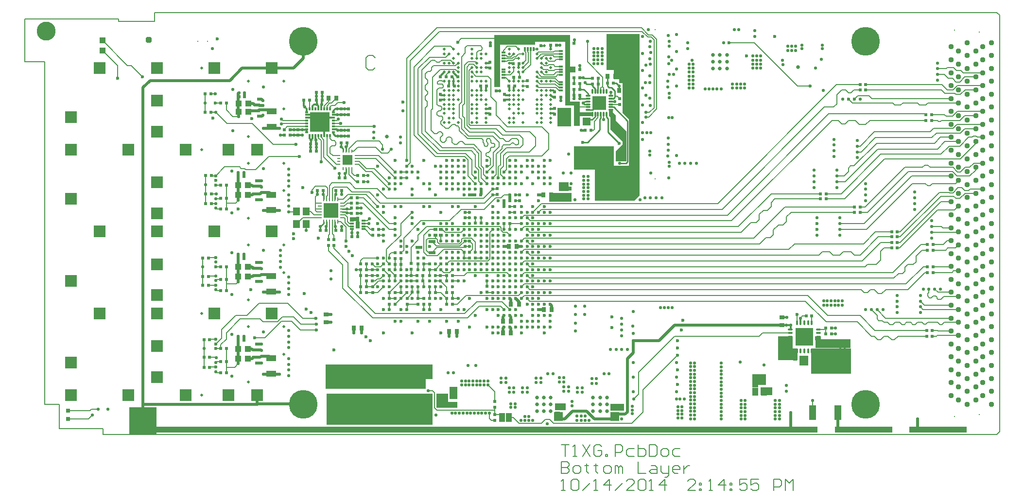
<source format=gbl>
%FSLAX44Y44*%
%MOMM*%
G71*
G01*
G75*
G04 Layer_Physical_Order=12*
G04 Layer_Color=16711680*
%ADD10O,0.9500X0.3500*%
%ADD11O,0.3500X0.9500*%
%ADD12R,3.1500X3.1500*%
%ADD13O,0.2800X0.8500*%
%ADD14O,0.8500X0.2800*%
%ADD15R,1.7000X1.7000*%
%ADD16R,0.4000X0.7500*%
%ADD17R,0.9000X0.2000*%
%ADD18R,2.0500X2.0500*%
%ADD19R,2.0500X2.0500*%
%ADD20R,0.2000X0.9000*%
%ADD21R,0.7500X0.4000*%
%ADD22R,0.5000X1.3000*%
%ADD23R,2.0000X0.5000*%
%ADD24R,0.3500X0.9000*%
%ADD25R,1.2000X2.6000*%
%ADD26R,0.6300X0.6500*%
%ADD27R,0.9200X4.0000*%
%ADD28R,2.6700X4.0000*%
%ADD29R,0.6000X0.6000*%
%ADD30R,0.2500X0.4000*%
%ADD31O,0.6500X0.2500*%
%ADD32O,0.2500X0.6500*%
%ADD33R,0.7000X0.5000*%
%ADD34R,0.6500X0.8000*%
%ADD35R,0.8000X0.8000*%
%ADD36R,2.8500X3.3000*%
%ADD37R,3.1750X4.9530*%
%ADD38R,1.2000X1.5000*%
%ADD39R,0.9500X0.5500*%
%ADD40R,2.7940X0.7366*%
%ADD41C,0.3300*%
%ADD42R,5.2000X1.4000*%
%ADD43R,2.6000X1.1000*%
%ADD44R,1.1000X1.7000*%
%ADD45R,1.1000X1.4000*%
%ADD46R,0.6000X0.5000*%
%ADD47C,0.4500*%
%ADD48R,2.5500X2.7000*%
%ADD49R,0.6000X0.6000*%
%ADD50R,0.5000X0.6000*%
%ADD51R,1.7000X1.1000*%
%ADD52R,0.9000X0.8000*%
%ADD53R,0.8000X0.9000*%
%ADD54R,1.1000X2.6000*%
%ADD55R,1.4000X5.2000*%
%ADD56R,2.7000X2.5500*%
%ADD57R,4.9530X3.1750*%
%ADD58R,3.1500X3.1500*%
%ADD59C,0.2540*%
%ADD60C,0.1270*%
%ADD61C,0.5040*%
%ADD62C,0.5588*%
%ADD63C,0.5080*%
%ADD64C,0.2032*%
%ADD65C,0.3048*%
%ADD66C,0.1651*%
%ADD67C,0.3810*%
%ADD68C,0.1524*%
%ADD69R,0.6000X0.5000*%
%ADD70R,2.5000X0.7000*%
%ADD71R,2.3000X5.0000*%
%ADD72R,11.1000X6.2500*%
%ADD73R,2.8000X0.9000*%
%ADD74R,2.2000X2.1000*%
%ADD75R,1.2000X3.0000*%
%ADD76R,2.2000X1.8000*%
%ADD77R,5.2500X2.0000*%
%ADD78R,2.6000X2.7000*%
%ADD79R,1.6000X3.4000*%
%ADD80R,3.0000X4.3000*%
%ADD81R,1.9500X0.7500*%
%ADD82R,4.4500X1.0500*%
%ADD83R,1.0500X4.5000*%
%ADD84R,6.2000X6.0500*%
%ADD85R,1.1000X3.5000*%
%ADD86R,1.0000X1.4000*%
%ADD87R,1.6000X0.7000*%
%ADD88R,2.6500X1.5500*%
%ADD89R,2.3000X2.0500*%
%ADD90R,6.2000X5.1000*%
%ADD91R,15.8500X3.5500*%
%ADD92R,1.4000X1.3000*%
%ADD93R,1.7500X0.8000*%
%ADD94R,6.0000X4.0000*%
%ADD95R,0.6000X0.6500*%
%ADD96R,7.5500X2.8500*%
%ADD97R,1.6000X2.4500*%
%ADD98R,0.7500X1.9500*%
%ADD99R,2.5500X1.3000*%
%ADD100R,1.8500X1.5000*%
%ADD101R,2.5000X1.0000*%
%ADD102R,4.6000X1.0000*%
%ADD103R,2.4000X0.9500*%
%ADD104R,2.5000X0.7250*%
%ADD105R,1.0000X0.5000*%
%ADD106R,1.4000X0.5000*%
%ADD107R,2.3000X1.5000*%
%ADD108R,0.8500X0.8000*%
%ADD109R,0.8500X0.8000*%
%ADD110R,1.2250X0.5000*%
%ADD111R,4.0000X1.5000*%
%ADD112R,4.0000X2.0000*%
%ADD113R,1.1750X1.6750*%
%ADD114R,3.7500X1.3000*%
%ADD115R,4.3000X3.2000*%
%ADD116R,3.3000X4.1000*%
%ADD117R,4.5000X3.2000*%
%ADD118R,2.3000X1.1000*%
%ADD119R,2.1000X1.0000*%
%ADD120R,2.8000X3.4000*%
%ADD121R,2.0000X0.8000*%
%ADD122R,1.3000X3.9000*%
%ADD123R,1.9000X0.6000*%
%ADD124R,1.0000X2.7000*%
%ADD125R,2.3500X0.7000*%
%ADD126R,2.3500X1.5000*%
%ADD127R,0.8000X2.0500*%
%ADD128R,0.8000X1.9000*%
%ADD129R,1.1000X1.4500*%
%ADD130R,3.7000X2.8500*%
%ADD131R,3.3500X9.0500*%
%ADD132R,4.3500X19.5500*%
%ADD133R,2.9000X11.0000*%
%ADD134R,4.1000X4.4000*%
%ADD135R,3.0000X4.4000*%
%ADD136R,3.0000X1.9500*%
%ADD137R,0.9000X1.1000*%
%ADD138R,0.6500X0.4500*%
%ADD139R,4.8000X1.4000*%
%ADD140R,1.9500X9.7500*%
%ADD141R,1.6000X6.3000*%
%ADD142R,5.2000X3.1000*%
%ADD143R,9.3000X3.0000*%
%ADD144R,5.8000X1.6000*%
%ADD145R,0.9000X1.4000*%
%ADD146R,2.1000X3.3000*%
%ADD147R,10.7000X1.1000*%
%ADD148R,1.0000X1.2000*%
%ADD149R,10.7000X1.6000*%
%ADD150R,2.6000X6.4000*%
%ADD151R,2.0000X3.0000*%
%ADD152R,0.9000X0.9000*%
%ADD153R,4.0000X4.9000*%
%ADD154R,0.8000X3.0000*%
%ADD155R,2.3000X1.7000*%
%ADD156R,3.0000X5.4000*%
%ADD157R,0.8000X0.7000*%
%ADD158R,0.8000X0.4000*%
%ADD159R,0.8000X0.7000*%
%ADD160R,0.7000X0.4000*%
%ADD161R,2.8000X0.7000*%
%ADD162R,1.0000X0.4000*%
%ADD163R,1.6500X0.8000*%
%ADD164R,1.1500X0.5000*%
%ADD165R,1.3500X0.8000*%
%ADD166R,1.1000X0.5000*%
%ADD167R,1.5500X1.5000*%
%ADD168R,1.6000X1.5000*%
%ADD169R,0.9500X1.0500*%
%ADD170R,0.9000X0.5000*%
%ADD171R,1.5000X0.9500*%
%ADD172C,0.1500*%
%ADD173C,0.5000*%
%ADD174R,2.0000X2.0000*%
%ADD175C,0.2000*%
%ADD176C,0.1270*%
%ADD177C,0.9500*%
%ADD178C,0.6000*%
%ADD179C,0.5080*%
%ADD180C,5.0000*%
%ADD181R,4.7000X4.7000*%
%ADD182C,3.3000*%
G04:AMPARAMS|DCode=183|XSize=1mm|YSize=1mm|CornerRadius=0.25mm|HoleSize=0mm|Usage=FLASHONLY|Rotation=0.000|XOffset=0mm|YOffset=0mm|HoleType=Round|Shape=RoundedRectangle|*
%AMROUNDEDRECTD183*
21,1,1.0000,0.5000,0,0,0.0*
21,1,0.5000,1.0000,0,0,0.0*
1,1,0.5000,0.2500,-0.2500*
1,1,0.5000,-0.2500,-0.2500*
1,1,0.5000,-0.2500,0.2500*
1,1,0.5000,0.2500,0.2500*
%
%ADD183ROUNDEDRECTD183*%
%ADD184C,0.6600*%
%ADD185C,0.5588*%
%ADD186C,1.0160*%
%ADD187C,1.3970*%
%ADD188C,0.8890*%
%ADD189C,2.8000*%
%ADD190R,1.6000X0.5000*%
%ADD191R,0.5000X1.6000*%
%ADD192R,2.5000X3.3000*%
%ADD193R,10.0000X6.4000*%
%ADD194R,5.0000X3.3000*%
%ADD195R,1.4000X1.6000*%
%ADD196C,1.4580*%
%ADD197C,1.5580*%
%ADD198C,1.3580*%
%ADD199C,2.0580*%
%ADD200C,1.2080*%
%ADD201C,1.4080*%
%ADD202C,1.3480*%
%ADD203C,1.1680*%
%ADD204C,1.5240*%
%ADD205C,2.3080*%
G04:AMPARAMS|DCode=206|XSize=1.158mm|YSize=1.158mm|CornerRadius=0mm|HoleSize=0mm|Usage=FLASHONLY|Rotation=0.000|XOffset=0mm|YOffset=0mm|HoleType=Round|Shape=Relief|Width=0.254mm|Gap=0.127mm|Entries=4|*
%AMTHD206*
7,0,0,1.1580,0.9040,0.2540,45*
%
%ADD206THD206*%
%ADD207C,1.1580*%
%ADD208C,2.5080*%
%ADD209C,0.7064*%
G04:AMPARAMS|DCode=210|XSize=0.7064mm|YSize=0.7064mm|CornerRadius=0mm|HoleSize=0mm|Usage=FLASHONLY|Rotation=0.000|XOffset=0mm|YOffset=0mm|HoleType=Round|Shape=Relief|Width=0.2032mm|Gap=0.1016mm|Entries=4|*
%AMTHD210*
7,0,0,0.7064,0.5032,0.2032,45*
%
%ADD210THD210*%
G04:AMPARAMS|DCode=211|XSize=0.5588mm|YSize=0.5588mm|CornerRadius=0mm|HoleSize=0mm|Usage=FLASHONLY|Rotation=0.000|XOffset=0mm|YOffset=0mm|HoleType=Round|Shape=Relief|Width=0.2032mm|Gap=0.1016mm|Entries=4|*
%AMTHD211*
7,0,0,0.5588,0.3556,0.2032,45*
%
%ADD211THD211*%
%ADD212C,3.0080*%
%ADD213C,3.1064*%
%ADD214O,11.0064X2.0064*%
%ADD215C,2.9064*%
%ADD216C,0.8128*%
%ADD217C,0.8080*%
%ADD218R,1.6000X0.5000*%
%ADD219R,5.0000X9.7000*%
%ADD220R,5.0000X6.4000*%
%ADD221C,0.8380*%
%ADD222C,0.1778*%
%ADD223R,7.5000X9.7000*%
%ADD224R,2.5000X3.2000*%
%ADD225R,2.5000X9.7000*%
%ADD226R,7.5000X3.2000*%
%ADD227R,5.0000X6.5000*%
%ADD228R,2.5000X3.3000*%
%ADD229R,2.5000X6.4000*%
%ADD230R,10.0000X6.5000*%
%ADD231R,5.0000X3.2000*%
%ADD232R,0.7500X0.3000*%
%ADD233R,2.4500X2.4500*%
%ADD234R,1.1500X0.6000*%
%ADD235O,0.8000X0.2500*%
%ADD236O,0.2500X0.8000*%
%ADD237R,2.5500X2.5500*%
%ADD238R,0.8000X0.3000*%
%ADD239R,0.7000X1.3000*%
%ADD240R,1.0000X1.0000*%
%ADD241R,0.7000X0.7000*%
%ADD242R,1.0000X1.5000*%
%ADD243R,0.7000X0.6000*%
%ADD244R,10.0000X1.0000*%
%ADD245R,116.0000X1.0000*%
%ADD246R,3.5000X3.5000*%
%ADD247R,0.3700X0.5900*%
%ADD248R,0.5900X0.3700*%
%ADD249R,1.2000X1.4000*%
%ADD250R,1.1000X1.0000*%
%ADD251R,0.3000X0.7500*%
%ADD252R,1.4000X1.1000*%
%ADD253R,1.7000X1.7000*%
%ADD254R,3.9500X1.6500*%
%ADD255R,1.7000X1.5500*%
%ADD256R,2.3000X0.7000*%
%ADD257R,1.1000X2.5000*%
%ADD258R,2.6000X0.8000*%
%ADD259R,1.0000X0.8000*%
%ADD260R,6.2000X1.6500*%
%ADD261R,6.9500X4.5000*%
%ADD262R,1.0922X7.6454*%
%ADD263R,2.4000X3.2000*%
%ADD264R,1.4000X1.4000*%
%ADD265R,1.5000X1.7500*%
%ADD266R,18.5500X5.4500*%
%ADD267R,17.5000X4.3500*%
%ADD268R,1.4000X1.2500*%
%ADD269R,1.5000X1.5500*%
%ADD270R,2.3500X1.1500*%
%ADD271R,2.5500X2.2500*%
%ADD272R,3.3500X2.1000*%
%ADD273R,2.0000X1.4500*%
%ADD274R,2.1000X2.1000*%
%ADD275R,2.4500X1.1000*%
%ADD276R,2.4000X1.9500*%
%ADD277R,1.1000X0.6000*%
%ADD278R,0.9398X10.6426*%
%ADD279R,6.3246X1.2192*%
%ADD280R,7.1882X1.6510*%
%ADD281R,1.1000X1.0000*%
%ADD282R,0.6000X2.0000*%
%ADD283R,1.3000X0.8000*%
%ADD284R,1.8500X1.1500*%
G36*
X1071000Y364000D02*
X1062000Y355000D01*
Y355000D01*
X993000D01*
Y409000D01*
X957000D01*
Y450000D01*
X1026000D01*
Y416000D01*
X1052000D01*
Y497000D01*
X1041000Y508000D01*
Y560000D01*
X1035000D01*
Y567000D01*
X1026000D01*
Y583000D01*
X1013000D01*
Y645000D01*
X1071000D01*
Y364000D01*
D02*
G37*
G36*
X1024382Y509270D02*
X1029462Y504190D01*
Y494538D01*
X1047750Y476250D01*
Y423418D01*
X1029462D01*
Y441198D01*
X1041654Y453390D01*
Y457200D01*
X1019810Y479044D01*
Y500634D01*
X1017270Y503174D01*
Y513080D01*
X1024382D01*
Y509270D01*
D02*
G37*
D10*
X1382250Y105000D02*
D03*
Y111500D02*
D03*
Y118000D02*
D03*
Y124500D02*
D03*
Y131000D02*
D03*
X1333750D02*
D03*
Y124500D02*
D03*
Y118000D02*
D03*
Y111500D02*
D03*
Y105000D02*
D03*
D11*
X1371000Y142250D02*
D03*
X1364500D02*
D03*
X1358000D02*
D03*
X1351500D02*
D03*
X1345000D02*
D03*
Y93750D02*
D03*
X1351500D02*
D03*
X1358000D02*
D03*
X1364500D02*
D03*
X1371000D02*
D03*
D13*
X988500Y545250D02*
D03*
X993500D02*
D03*
X998500D02*
D03*
X1003500D02*
D03*
X1008500D02*
D03*
X1013500D02*
D03*
Y505750D02*
D03*
X1008500D02*
D03*
X1003500D02*
D03*
X998500D02*
D03*
X993500D02*
D03*
X988500D02*
D03*
D14*
X981250Y513000D02*
D03*
Y518000D02*
D03*
Y523000D02*
D03*
Y528000D02*
D03*
Y533000D02*
D03*
Y538000D02*
D03*
X1020750D02*
D03*
Y533000D02*
D03*
Y528000D02*
D03*
Y523000D02*
D03*
Y518000D02*
D03*
Y513000D02*
D03*
D25*
X1372000Y-14000D02*
D03*
X1416000D02*
D03*
D29*
X324000Y509000D02*
D03*
X314000D02*
D03*
X693000Y215000D02*
D03*
X683000D02*
D03*
X693000Y225000D02*
D03*
X683000D02*
D03*
X585000D02*
D03*
X595000D02*
D03*
X585000Y235000D02*
D03*
X595000D02*
D03*
X595000Y245000D02*
D03*
X585000D02*
D03*
X310000Y255000D02*
D03*
X320000D02*
D03*
X999000Y568000D02*
D03*
X989000D02*
D03*
X989000Y558000D02*
D03*
X999000D02*
D03*
X734000Y571000D02*
D03*
X724000D02*
D03*
X845000Y315000D02*
D03*
X835000D02*
D03*
X862000Y570000D02*
D03*
X852000D02*
D03*
X785000Y316000D02*
D03*
X795000D02*
D03*
X486000Y530000D02*
D03*
X496000D02*
D03*
X325000Y399000D02*
D03*
X315000D02*
D03*
X322000Y113000D02*
D03*
X312000D02*
D03*
X324000Y541000D02*
D03*
X314000D02*
D03*
X325000Y350000D02*
D03*
X315000D02*
D03*
X320000Y208000D02*
D03*
X310000D02*
D03*
X322000Y65000D02*
D03*
X312000D02*
D03*
X351000Y382000D02*
D03*
X341000D02*
D03*
X351000Y240000D02*
D03*
X341000D02*
D03*
X655000Y195000D02*
D03*
X665000D02*
D03*
X351000Y98000D02*
D03*
X341000D02*
D03*
X745000Y175000D02*
D03*
X735000D02*
D03*
X351000Y525000D02*
D03*
X341000D02*
D03*
X735000Y185000D02*
D03*
X745000D02*
D03*
X605000Y215000D02*
D03*
X595000D02*
D03*
Y205000D02*
D03*
X585000D02*
D03*
X595000Y195000D02*
D03*
X585000D02*
D03*
X745000Y225000D02*
D03*
X735000D02*
D03*
X735000Y215000D02*
D03*
X745000D02*
D03*
X735000Y195000D02*
D03*
X745000D02*
D03*
X735000Y245000D02*
D03*
X725000D02*
D03*
X715000Y235000D02*
D03*
X725000D02*
D03*
X695000Y245000D02*
D03*
X685000D02*
D03*
X775000Y265000D02*
D03*
X765000D02*
D03*
X1395000Y123000D02*
D03*
X1405000D02*
D03*
X1395000Y133000D02*
D03*
X1405000D02*
D03*
X1015000Y560000D02*
D03*
X1025000D02*
D03*
X967000Y569000D02*
D03*
X957000D02*
D03*
X341000Y359000D02*
D03*
X351000D02*
D03*
X341000Y218000D02*
D03*
X351000D02*
D03*
X341000Y75000D02*
D03*
X351000D02*
D03*
X341000Y341000D02*
D03*
X351000D02*
D03*
X341000Y198000D02*
D03*
X351000D02*
D03*
X341000Y55000D02*
D03*
X351000D02*
D03*
X325000Y367000D02*
D03*
X315000D02*
D03*
X320000Y223000D02*
D03*
X310000D02*
D03*
X322000Y82000D02*
D03*
X312000D02*
D03*
D31*
X577250Y433500D02*
D03*
Y428500D02*
D03*
Y423500D02*
D03*
Y418500D02*
D03*
X546750D02*
D03*
Y423500D02*
D03*
Y428500D02*
D03*
Y433500D02*
D03*
D32*
X569500Y410750D02*
D03*
X564500D02*
D03*
X559500D02*
D03*
X554500D02*
D03*
Y441250D02*
D03*
X559500D02*
D03*
X564500D02*
D03*
X569500D02*
D03*
D45*
X1272500Y22500D02*
D03*
X1287500D02*
D03*
X946500Y492000D02*
D03*
X961500D02*
D03*
X946500Y510000D02*
D03*
X961500D02*
D03*
D46*
X861000Y594000D02*
D03*
X851000D02*
D03*
X804000Y555000D02*
D03*
X794000D02*
D03*
X754000Y571000D02*
D03*
X744000D02*
D03*
X947000Y629000D02*
D03*
X957000D02*
D03*
Y584000D02*
D03*
X967000D02*
D03*
X944000Y535000D02*
D03*
X934000D02*
D03*
X821000Y625000D02*
D03*
X811000D02*
D03*
X784000Y365000D02*
D03*
X794000D02*
D03*
X372000Y112000D02*
D03*
X382000D02*
D03*
X372000Y254500D02*
D03*
X382000D02*
D03*
X372000Y397000D02*
D03*
X382000D02*
D03*
X373000Y536000D02*
D03*
X383000D02*
D03*
X1455000Y557000D02*
D03*
X1465000D02*
D03*
X1455000Y548000D02*
D03*
X1465000D02*
D03*
X1570000Y505000D02*
D03*
X1580000D02*
D03*
X1570000Y495000D02*
D03*
X1580000D02*
D03*
X1386000Y367000D02*
D03*
X1396000D02*
D03*
X1386000Y358000D02*
D03*
X1396000D02*
D03*
X590000Y388000D02*
D03*
X580000D02*
D03*
X590000Y399000D02*
D03*
X580000D02*
D03*
X579000Y351000D02*
D03*
X569000D02*
D03*
X579000Y360000D02*
D03*
X569000D02*
D03*
X1445000Y344000D02*
D03*
X1455000D02*
D03*
X1445000Y335000D02*
D03*
X1455000D02*
D03*
X1510000Y301000D02*
D03*
X1520000D02*
D03*
X1510000Y292000D02*
D03*
X1520000D02*
D03*
X1510000Y282000D02*
D03*
X1520000D02*
D03*
X1510000Y273000D02*
D03*
X1520000D02*
D03*
X655000Y395000D02*
D03*
X645000D02*
D03*
X655000Y405000D02*
D03*
X645000D02*
D03*
X1572000Y279000D02*
D03*
X1582000D02*
D03*
X1572000Y269000D02*
D03*
X1582000D02*
D03*
X1572000Y230000D02*
D03*
X1582000D02*
D03*
X1572000Y240000D02*
D03*
X1582000D02*
D03*
X1571000Y129000D02*
D03*
X1581000D02*
D03*
X1571000Y119000D02*
D03*
X1581000D02*
D03*
X616000Y295000D02*
D03*
X606000D02*
D03*
X616000Y305000D02*
D03*
X606000D02*
D03*
X580000Y292000D02*
D03*
X570000D02*
D03*
X510000Y373000D02*
D03*
X520000D02*
D03*
X552000Y373000D02*
D03*
X542000D02*
D03*
X579000Y333000D02*
D03*
X569000D02*
D03*
X579000Y342000D02*
D03*
X569000D02*
D03*
X525000Y303000D02*
D03*
X515000D02*
D03*
X552000Y303000D02*
D03*
X542000D02*
D03*
X748000Y555000D02*
D03*
X738000D02*
D03*
X853000D02*
D03*
X843000D02*
D03*
X916000Y626000D02*
D03*
X926000D02*
D03*
X835000Y355000D02*
D03*
X845000D02*
D03*
X551000Y456000D02*
D03*
X561000D02*
D03*
X548000Y395000D02*
D03*
X558000D02*
D03*
X498000Y454000D02*
D03*
X508000D02*
D03*
X508000Y544000D02*
D03*
X518000D02*
D03*
X508000Y530000D02*
D03*
X518000D02*
D03*
X498000Y441000D02*
D03*
X508000D02*
D03*
X635000Y195000D02*
D03*
X645000D02*
D03*
X715000Y195000D02*
D03*
X705000D02*
D03*
X685000Y196000D02*
D03*
X675000D02*
D03*
X785000Y255000D02*
D03*
X775000D02*
D03*
X635000Y225000D02*
D03*
X645000D02*
D03*
Y244000D02*
D03*
X655000D02*
D03*
X976000Y478000D02*
D03*
X986000D02*
D03*
X1361000Y154000D02*
D03*
X1371000D02*
D03*
X967000Y539000D02*
D03*
X957000D02*
D03*
X967000Y549000D02*
D03*
X957000D02*
D03*
X967000Y559000D02*
D03*
X957000D02*
D03*
D49*
X673000Y246000D02*
D03*
Y236000D02*
D03*
X645000Y264000D02*
D03*
Y254000D02*
D03*
X655000Y264000D02*
D03*
Y254000D02*
D03*
X625000Y245000D02*
D03*
Y235000D02*
D03*
X635000Y245000D02*
D03*
Y235000D02*
D03*
X875000Y554000D02*
D03*
Y564000D02*
D03*
X853000Y345000D02*
D03*
Y335000D02*
D03*
X862000Y355000D02*
D03*
Y365000D02*
D03*
X805000Y196000D02*
D03*
Y206000D02*
D03*
X767000Y335000D02*
D03*
Y325000D02*
D03*
X823000Y366000D02*
D03*
Y376000D02*
D03*
X635000Y175000D02*
D03*
Y185000D02*
D03*
X645000Y185000D02*
D03*
Y175000D02*
D03*
X705000Y185000D02*
D03*
Y175000D02*
D03*
X695000Y175000D02*
D03*
Y185000D02*
D03*
X685000Y185000D02*
D03*
Y175000D02*
D03*
X666000Y185000D02*
D03*
Y175000D02*
D03*
X1036000Y523000D02*
D03*
Y533000D02*
D03*
X818500Y-4500D02*
D03*
Y5500D02*
D03*
Y-17500D02*
D03*
Y-27500D02*
D03*
D50*
X923000Y545000D02*
D03*
Y535000D02*
D03*
X899000Y635000D02*
D03*
Y625000D02*
D03*
X821000Y556000D02*
D03*
Y546000D02*
D03*
X605000Y225000D02*
D03*
Y235000D02*
D03*
X404000Y95000D02*
D03*
Y105000D02*
D03*
Y237500D02*
D03*
Y247500D02*
D03*
Y380000D02*
D03*
Y390000D02*
D03*
X407000Y512000D02*
D03*
Y502000D02*
D03*
X404000Y82000D02*
D03*
Y72000D02*
D03*
Y224500D02*
D03*
Y214500D02*
D03*
Y367000D02*
D03*
Y357000D02*
D03*
X407000Y522000D02*
D03*
Y532000D02*
D03*
X529000Y277000D02*
D03*
Y287000D02*
D03*
X538000Y277000D02*
D03*
Y287000D02*
D03*
X724000Y540000D02*
D03*
Y530000D02*
D03*
X810000Y516000D02*
D03*
Y506000D02*
D03*
X836000Y540000D02*
D03*
Y530000D02*
D03*
X923000Y516000D02*
D03*
Y506000D02*
D03*
X810000Y596000D02*
D03*
Y586000D02*
D03*
X452000Y479000D02*
D03*
Y469000D02*
D03*
X564000Y468000D02*
D03*
Y478000D02*
D03*
X551000Y468000D02*
D03*
Y478000D02*
D03*
X476000Y479000D02*
D03*
Y469000D02*
D03*
X551000Y505000D02*
D03*
Y515000D02*
D03*
X462000Y479000D02*
D03*
Y469000D02*
D03*
X564000Y505000D02*
D03*
Y515000D02*
D03*
X606000Y205000D02*
D03*
Y195000D02*
D03*
X724000Y225000D02*
D03*
Y215000D02*
D03*
X705000Y235000D02*
D03*
Y245000D02*
D03*
X767000Y275000D02*
D03*
Y285000D02*
D03*
X673000Y225000D02*
D03*
Y215000D02*
D03*
D51*
X430000Y510500D02*
D03*
Y483500D02*
D03*
X429000Y80500D02*
D03*
Y53500D02*
D03*
Y223500D02*
D03*
Y196500D02*
D03*
Y365500D02*
D03*
Y338500D02*
D03*
D52*
X1319000Y138000D02*
D03*
Y152000D02*
D03*
X1027000Y-17000D02*
D03*
Y-3000D02*
D03*
X928000Y-16000D02*
D03*
Y-2000D02*
D03*
X525000Y157000D02*
D03*
Y143000D02*
D03*
X948000Y376000D02*
D03*
Y362000D02*
D03*
X935000Y376000D02*
D03*
Y362000D02*
D03*
D53*
X573000Y133000D02*
D03*
X587000D02*
D03*
X1356000Y81000D02*
D03*
X1342000D02*
D03*
X543000Y534000D02*
D03*
X529000D02*
D03*
X1015000Y572000D02*
D03*
X1029000D02*
D03*
X1035000Y547000D02*
D03*
X1049000D02*
D03*
X739000Y127000D02*
D03*
X753000D02*
D03*
X918000Y165000D02*
D03*
X904000D02*
D03*
X843000Y275000D02*
D03*
X857000D02*
D03*
X833000Y145000D02*
D03*
X847000D02*
D03*
X833000Y125000D02*
D03*
X847000D02*
D03*
Y175000D02*
D03*
X861000D02*
D03*
X903000Y365000D02*
D03*
X917000D02*
D03*
D56*
X546000Y57000D02*
D03*
Y-6500D02*
D03*
X697000Y57000D02*
D03*
Y-6500D02*
D03*
X647000Y57000D02*
D03*
Y-6500D02*
D03*
X597000Y57000D02*
D03*
Y-6500D02*
D03*
D58*
X1358000Y118000D02*
D03*
D59*
X989000Y554500D02*
Y558500D01*
X979000Y558000D02*
X989000D01*
X976000Y561000D02*
X979000Y558000D01*
X973000Y569000D02*
X974000Y568000D01*
X989000D01*
X972000Y457000D02*
X980000D01*
X1001500Y478500D01*
Y497000D01*
X1030000Y560000D02*
X1035000Y555000D01*
X1025000Y560000D02*
X1030000D01*
X1035000Y547000D02*
Y555000D01*
X1027540Y537000D02*
Y546460D01*
Y535540D02*
Y537000D01*
X1022000Y552000D02*
X1027540Y546460D01*
X1025000Y533000D02*
X1027540Y535540D01*
X1020750Y533000D02*
X1025000D01*
X1035000Y533000D02*
X1036000D01*
X1018000Y552000D02*
X1022000D01*
X1015000Y560000D02*
Y572000D01*
Y555000D02*
Y560000D01*
Y555000D02*
X1018000Y552000D01*
X1036000Y533000D02*
X1036000Y533000D01*
X1020750Y528000D02*
X1028000D01*
X558000Y395000D02*
Y402000D01*
X559500Y403500D02*
Y410750D01*
X558000Y402000D02*
X559500Y403500D01*
Y441250D02*
Y448500D01*
X560000Y449000D01*
X561000Y450000D02*
Y456000D01*
X560000Y449000D02*
X561000Y450000D01*
X542000Y366000D02*
Y373000D01*
X540500Y357500D02*
Y364500D01*
X542000Y366000D01*
X520000D02*
Y373000D01*
X520500Y357500D02*
Y365500D01*
X520000Y366000D02*
X520500Y365500D01*
X570000Y299000D02*
Y305500D01*
Y292000D02*
Y299000D01*
X552500Y340500D02*
X560500D01*
X561000Y341000D01*
X552500Y335500D02*
X559500D01*
X561000Y334000D01*
X568000D01*
X569000Y333000D01*
X561000Y341000D02*
X568000D01*
X569000Y342000D01*
X540500Y310500D02*
Y318500D01*
Y310500D02*
X541000Y310000D01*
X520500Y315500D02*
Y318500D01*
X515000Y310000D02*
X520500Y315500D01*
X515000Y303000D02*
Y310000D01*
X541000Y304000D02*
Y310000D01*
Y304000D02*
X542000Y303000D01*
X973000Y525000D02*
X976000Y528000D01*
X981250D01*
X973000Y525000D02*
X975000Y523000D01*
X981250D01*
X993500Y501500D02*
Y505750D01*
X988000Y496000D02*
X993500Y501500D01*
X982000Y496000D02*
X988000D01*
X988500Y513000D02*
X993500Y518000D01*
X981250Y513000D02*
X988500D01*
X1001500Y497000D02*
X1003166Y498666D01*
Y505416D01*
X1003500Y505750D01*
X1013500Y500500D02*
Y505750D01*
X75000Y-24800D02*
X75200Y-25000D01*
X967000Y533000D02*
X981250D01*
X967000Y533000D02*
X967000Y533000D01*
X998500Y566000D02*
X999000Y566500D01*
X998500Y545250D02*
Y566000D01*
X993500Y545250D02*
Y550000D01*
X989000Y554500D02*
X993500Y550000D01*
X1015515Y474785D02*
X1035000Y455300D01*
X1015515Y474785D02*
Y498485D01*
X1013500Y500500D02*
X1015515Y498485D01*
X967000Y549000D02*
Y559000D01*
X957000D02*
Y569000D01*
X957000Y569000D02*
X957000Y569000D01*
X981250Y538000D02*
Y541750D01*
X974000Y549000D02*
X981250Y541750D01*
X967000Y549000D02*
X974000D01*
X1020750Y518000D02*
X1026000D01*
X1050000Y494000D01*
Y423000D02*
Y494000D01*
X1047000Y420000D02*
X1050000Y423000D01*
X1036500Y420000D02*
X1047000D01*
X899000Y625000D02*
X905000D01*
X967000Y584000D02*
Y590000D01*
X957500Y629000D02*
Y635000D01*
X852000Y563000D02*
Y570000D01*
X852000Y570000D02*
X852000Y570000D01*
X724000Y571000D02*
Y572000D01*
X747000Y563000D02*
Y568000D01*
X744000Y571000D02*
X747000Y568000D01*
X548000Y395000D02*
Y402000D01*
X551000Y449000D02*
Y456000D01*
X554500Y441250D02*
Y445500D01*
X551000Y449000D02*
X554500Y445500D01*
X525500Y310500D02*
Y318500D01*
D60*
X554000Y203000D02*
Y243000D01*
X529000Y268000D02*
X554000Y243000D01*
X529000Y268000D02*
Y277000D01*
X563000Y206000D02*
Y247000D01*
X538000Y272000D02*
X563000Y247000D01*
X538000Y272000D02*
Y277000D01*
X554000Y203000D02*
X606000Y151000D01*
X563000Y206000D02*
X610500Y158500D01*
X500000Y369000D02*
Y374000D01*
X506000Y380000D01*
X524000D01*
X527000Y377000D01*
Y364000D02*
Y377000D01*
X525500Y362500D02*
X527000Y364000D01*
X525500Y357500D02*
Y362500D01*
X822000Y365000D02*
X823000Y366000D01*
X815000Y365000D02*
X822000D01*
Y375000D02*
X823000Y376000D01*
X815000Y375000D02*
X822000D01*
X835000Y365000D02*
X845000D01*
X830000Y360000D02*
X835000Y365000D01*
X820000Y360000D02*
X830000D01*
X800000Y340000D02*
X820000Y360000D01*
X760000Y340000D02*
X800000D01*
X740000Y320000D02*
X760000Y340000D01*
X801000Y351000D02*
X815000Y365000D01*
X799000Y359000D02*
X815000Y375000D01*
X845000Y354810D02*
Y355000D01*
X1573000Y143000D02*
X1589997D01*
X1570000Y140000D02*
X1573000Y143000D01*
X1565997Y140000D02*
X1570000D01*
X1562997Y143000D02*
X1565997Y140000D01*
X1555000Y143000D02*
X1562997D01*
X1551000Y139000D02*
X1555000Y143000D01*
X1546997Y139000D02*
X1551000D01*
X1542997Y143000D02*
X1546997Y139000D01*
X1536000Y143000D02*
X1542997D01*
X1602000D02*
X1626500D01*
X1598000Y139000D02*
X1602000Y143000D01*
X1593997Y139000D02*
X1598000D01*
X1589997Y143000D02*
X1593997Y139000D01*
X1532000D02*
X1536000Y143000D01*
X1527997Y139000D02*
X1532000D01*
X1523997Y143000D02*
X1527997Y139000D01*
X1516000Y143000D02*
X1523997D01*
X1512000Y139000D02*
X1516000Y143000D01*
X1506997Y139000D02*
X1512000D01*
X1502997Y143000D02*
X1506997Y139000D01*
X1497000Y143000D02*
X1502997D01*
X1487763Y146237D02*
X1493763D01*
X1497000Y143000D01*
X1484999Y149001D02*
X1487763Y146237D01*
X1484999Y149001D02*
Y155001D01*
X1475000Y165000D02*
X1484999Y155001D01*
X1589000Y185000D02*
Y187000D01*
Y185000D02*
X1591000Y183000D01*
X1587000Y189000D02*
X1589000Y187000D01*
X1582000Y189000D02*
X1587000D01*
X1579000Y186000D02*
X1582000Y189000D01*
X1573000D02*
Y193000D01*
X1576000Y186000D02*
X1579000D01*
X1573000Y189000D02*
X1576000Y186000D01*
X1573000Y193000D02*
X1575000Y195000D01*
X1596000Y183000D02*
X1601000Y188000D01*
X1591000Y183000D02*
X1596000D01*
X1601000Y188000D02*
X1626500D01*
X1575000Y195000D02*
Y201000D01*
X1637000Y503000D02*
X1656500D01*
X1629000Y495000D02*
X1637000Y503000D01*
X1624500Y510500D02*
X1669000D01*
X1616000Y502000D02*
X1624500Y510500D01*
X1605000Y502000D02*
X1616000D01*
X1602000Y505000D02*
X1605000Y502000D01*
X1580000Y505000D02*
X1602000D01*
X1230905Y319905D02*
X1406000Y495000D01*
X1400540Y506540D02*
X1568460D01*
X1224000Y330000D02*
X1400540Y506540D01*
X1568460D02*
X1570000Y505000D01*
X1415000Y388000D02*
X1429000D01*
X1415000Y398000D02*
X1427000D01*
X1466000Y305000D02*
X1466000Y305000D01*
X1420000Y305000D02*
X1466000D01*
X1462000Y315000D02*
X1462000Y315000D01*
X1420000Y315000D02*
X1462000D01*
X900000Y340000D02*
X1215000D01*
X1207000Y350000D02*
X1414000Y557000D01*
X900000Y350000D02*
X1207000D01*
X885000Y335000D02*
X900000Y350000D01*
X880000Y180000D02*
X1360000D01*
X1027540Y537000D02*
X1032000D01*
X1036000Y533000D01*
X1020750Y538000D02*
Y543750D01*
X1036000Y523000D02*
X1036000Y523000D01*
X1020750Y523000D02*
X1036000D01*
X1346000Y555000D02*
X1368000D01*
X1271000Y630000D02*
X1346000Y555000D01*
X1227000Y630000D02*
X1271000D01*
X965000Y518000D02*
X981250D01*
X914000Y-26000D02*
X921000Y-33000D01*
X1057500D01*
X906998Y-26000D02*
X914000D01*
X899998Y-33000D02*
X906998Y-26000D01*
X861000Y-33000D02*
X899998D01*
X418000Y116000D02*
X447000Y145000D01*
X480000Y130000D02*
X508000D01*
X465000Y145000D02*
X480000Y130000D01*
X447000Y145000D02*
X465000D01*
X400000Y116000D02*
X418000D01*
X481000Y140000D02*
X508000D01*
X468000Y153000D02*
X481000Y140000D01*
X375000Y149000D02*
X410000D01*
X449000Y153000D02*
X468000D01*
X440000Y144000D02*
X449000Y153000D01*
X415000Y144000D02*
X440000D01*
X410000Y149000D02*
X415000Y144000D01*
X387000Y155000D02*
X408000Y176000D01*
X367000Y155000D02*
X387000D01*
X408000Y176000D02*
X457999D01*
X483999Y150000D01*
X507000D01*
X341000Y98000D02*
Y104000D01*
X351000Y114000D01*
Y125000D01*
X375000Y149000D01*
X342756Y115756D02*
Y130756D01*
X332500Y105500D02*
X342756Y115756D01*
Y130756D02*
X367000Y155000D01*
X333000Y509000D02*
X352000Y490000D01*
X396000D01*
X433000Y453000D01*
X472000D01*
X324000Y509000D02*
X333000D01*
X324000Y541000D02*
X324000Y541000D01*
X332000D01*
X314000Y509000D02*
Y541000D01*
X333000Y367000D02*
X333500Y366500D01*
X325000Y367000D02*
X333000D01*
X325000Y350000D02*
X333000D01*
X351000Y351000D02*
X367000D01*
X351000D02*
Y382000D01*
Y341000D02*
Y351000D01*
X367000D02*
X372000Y356000D01*
X351000Y341000D02*
X351000Y341000D01*
X340000Y358000D02*
X341000Y359000D01*
X333000Y358000D02*
X340000D01*
X315000Y367000D02*
Y399000D01*
Y350000D02*
Y367000D01*
X325000Y399000D02*
X325500Y398500D01*
X332500D01*
X320000Y223000D02*
X321000Y224000D01*
X333000D01*
X351000Y210000D02*
X368500D01*
X351000D02*
Y240000D01*
Y198000D02*
Y210000D01*
X368500D02*
X372000Y213500D01*
X351000Y198000D02*
X351000Y198000D01*
X310000Y223000D02*
Y255000D01*
Y208000D02*
Y223000D01*
X320000Y208000D02*
X333000D01*
X320000Y255000D02*
X321000Y256000D01*
X333000D01*
X312000Y82000D02*
Y113000D01*
Y65000D02*
Y82000D01*
X585000Y251000D02*
X589000Y255000D01*
X585000Y245000D02*
Y251000D01*
X1405000Y123000D02*
X1412500D01*
X589000Y255000D02*
X615000D01*
X333000Y82000D02*
X333500Y81500D01*
X322000Y82000D02*
X333000D01*
X351000Y65000D02*
X366000D01*
X351000D02*
Y75000D01*
Y55000D02*
Y65000D01*
X366000D02*
X372000Y71000D01*
X322000Y65000D02*
X322500Y65500D01*
X332500D01*
X322000Y113000D02*
X322500Y113500D01*
X332500D01*
X351000Y75000D02*
X351000Y75000D01*
X351000Y75000D02*
Y98000D01*
X362500Y501500D02*
X372500D01*
X351000Y513000D02*
X362500Y501500D01*
X351000Y513000D02*
Y525000D01*
X333000Y73000D02*
X335000Y75000D01*
X341000D01*
X333000Y57000D02*
X335000Y55000D01*
X341000D01*
X333000Y200000D02*
X335000Y198000D01*
X341000D01*
X333000Y216000D02*
X335000Y218000D01*
X341000D01*
X333000Y342000D02*
X334000Y341000D01*
X341000D01*
X621000Y438000D02*
X632000D01*
X611000Y448000D02*
X621000Y438000D01*
X580000Y448000D02*
X611000D01*
X611500Y428500D02*
X645000Y395000D01*
X577250Y428500D02*
X611500D01*
X645000Y405000D02*
Y405000D01*
X616500Y433500D02*
X645000Y405000D01*
X577250Y433500D02*
X616500D01*
X655000Y395000D02*
X655000Y395000D01*
X665000D01*
X655000Y405000D02*
X655000Y405000D01*
X665000D01*
X605000Y245000D02*
X610000Y240000D01*
X620000D01*
X629999Y250001D02*
X635000Y245000D01*
X543500Y494500D02*
X546000Y497000D01*
X537300Y494500D02*
X543500D01*
X544500Y489500D02*
X545000Y490000D01*
X537300Y489500D02*
X544500D01*
X545000Y490000D02*
X550000D01*
X537300Y484500D02*
X608500D01*
X531500Y515300D02*
Y518500D01*
X534000Y521000D01*
X540000D01*
X545000Y526000D01*
X556000D01*
X732000Y300000D02*
X760000D01*
X727000Y305000D02*
X732000Y300000D01*
X760000D02*
X765000Y305000D01*
X705000D02*
X715500D01*
X695000Y295000D02*
X705000Y305000D01*
X695000Y265000D02*
Y295000D01*
Y265000D02*
X701000Y259000D01*
X719000D01*
X730000Y270000D01*
X760000D01*
X673000Y246000D02*
Y274000D01*
X685000Y286000D01*
Y295000D01*
X700000Y310000D01*
X828000D01*
X830000Y308000D01*
Y303000D02*
Y308000D01*
Y303000D02*
X833000Y300000D01*
X840000D01*
X845000Y295000D01*
X724500Y305000D02*
X727000D01*
X724500Y295000D02*
X725000Y294500D01*
Y285000D02*
Y294500D01*
X805000Y206000D02*
Y215000D01*
Y196000D02*
X806000Y195000D01*
X815000D01*
X855000Y355000D02*
X862000D01*
X855000Y365000D02*
X862000D01*
X853000Y335000D02*
X853000Y335000D01*
X845000Y335000D02*
X853000D01*
X845000Y345000D02*
X853000D01*
X795000Y316000D02*
X795000Y316000D01*
X795000Y316000D02*
Y325000D01*
X785000Y316000D02*
Y325000D01*
X767000Y325000D02*
X775000D01*
X767000Y335000D02*
X775000D01*
X585000Y205000D02*
Y225000D01*
X619000Y219000D02*
X625000Y225000D01*
X614000Y219000D02*
X619000D01*
X610000Y215000D02*
X614000Y219000D01*
X605000Y215000D02*
X610000D01*
X616000D02*
X625000D01*
X606000Y205000D02*
X616000Y215000D01*
X595000Y205000D02*
Y215000D01*
X655000Y185000D02*
X665000Y195000D01*
X665000D01*
X655000Y185000D02*
Y185000D01*
X645000Y175000D02*
X655000Y185000D01*
X635000Y165000D02*
Y175000D01*
X695000Y165000D02*
Y175000D01*
X810000Y300000D02*
X815000Y305000D01*
X810000Y253000D02*
Y300000D01*
X807000Y250000D02*
X810000Y253000D01*
X740000Y250000D02*
X807000D01*
X735000Y245000D02*
X740000Y250000D01*
X705000Y225000D02*
Y235000D01*
Y225000D02*
X705000Y225000D01*
X695000Y245000D02*
X705000D01*
X725000Y245000D02*
Y245000D01*
X715000Y235000D02*
X725000Y245000D01*
X715000Y235000D02*
X715000Y235000D01*
X705000Y235000D02*
X715000D01*
X740000Y230000D02*
X745000Y235000D01*
X740000Y230000D02*
Y230000D01*
X730000Y230000D02*
X740000D01*
X725000Y235000D02*
X730000Y230000D01*
X725000Y235000D02*
Y235000D01*
X765000Y225000D02*
X770000Y230000D01*
X745000Y225000D02*
X765000D01*
X332500Y65500D02*
X333000Y65000D01*
X340500Y97500D02*
X341000Y98000D01*
X332500Y97500D02*
X340500D01*
X333000Y240000D02*
X341000D01*
X333000D02*
X333000Y240000D01*
X333000Y256000D02*
X333000Y256000D01*
X333000Y382000D02*
X341000D01*
X332000Y525000D02*
X341000D01*
X351000D02*
X351000Y525000D01*
X865000Y285000D02*
X870000Y290000D01*
X875000Y285000D02*
X880000Y280000D01*
X880095Y259905D02*
X880188Y259998D01*
X865000Y265000D02*
X870000Y270000D01*
X875000Y265000D02*
X880095Y259905D01*
X865000Y245000D02*
X870000Y250000D01*
X1459000D01*
X880000Y240000D02*
X1464000D01*
X875000Y245000D02*
X880000Y240000D01*
X875000Y225000D02*
X880000Y220000D01*
X1514000D01*
X870000Y230000D02*
X1512000D01*
X865000Y225000D02*
X870000Y230000D01*
X875000Y205000D02*
X880000Y200000D01*
X1538000D02*
X1568000Y230000D01*
X1572000D01*
X1613500Y240000D02*
X1614000Y240500D01*
X1565000Y240000D02*
X1572000D01*
X1535000Y210000D02*
X1565000Y240000D01*
X870000Y210000D02*
X1535000D01*
X865000Y205000D02*
X870000Y210000D01*
X865000Y185000D02*
X870000Y190000D01*
X1481000Y129000D02*
X1571000D01*
X875000Y185000D02*
X880000Y180000D01*
X860000Y190000D02*
X865000Y195000D01*
X768500Y190000D02*
X860000D01*
X992000Y493000D02*
X998500Y499500D01*
Y505750D01*
X1060400Y9400D02*
X1069000Y18000D01*
Y56000D01*
X1351500Y150500D02*
X1355000Y154000D01*
X1361000D01*
X1371000Y142250D02*
Y154000D01*
X1405000Y133000D02*
X1412500D01*
X1393000Y131000D02*
X1395000Y133000D01*
X1382250Y131000D02*
X1393000D01*
X1395000Y123000D02*
X1395000Y123000D01*
X1395000Y123000D02*
Y133000D01*
X530000Y358000D02*
X530500Y357500D01*
X831000Y179000D02*
X845000Y165000D01*
X787000Y179000D02*
X831000D01*
X766500Y158500D02*
X787000Y179000D01*
X610500Y158500D02*
X766500D01*
X606000Y151000D02*
X771500D01*
X791500Y171000D01*
X829000D01*
X835000Y165000D01*
X753500Y175000D02*
X768500Y190000D01*
X745000Y175000D02*
X753500D01*
X703000Y24000D02*
X710000D01*
X1077000Y26000D02*
X1137000Y86000D01*
X1077000Y-13500D02*
Y26000D01*
X1057500Y-33000D02*
X1077000Y-13500D01*
X850500Y-22500D02*
X861000Y-33000D01*
X843250Y-22500D02*
X850500D01*
X826750Y-17500D02*
X831750Y-22500D01*
X818500Y-17500D02*
X826750D01*
X745000Y185000D02*
X755000D01*
X745000D02*
Y195000D01*
X735000Y175000D02*
Y185000D01*
X725000Y195000D02*
X735000Y185000D01*
X735000Y175000D02*
X735000Y175000D01*
X724000Y215000D02*
X735000Y204000D01*
Y195000D02*
Y204000D01*
X635000Y195000D02*
X635000D01*
X655000Y215000D01*
X655000Y195000D02*
X655000Y195000D01*
X645000Y195000D02*
X655000D01*
X655000Y195000D02*
Y205000D01*
X655000Y205000D01*
X645000Y215000D02*
Y225000D01*
X638000Y264000D02*
X645000D01*
X635000Y261000D02*
X638000Y264000D01*
X635000Y255000D02*
Y261000D01*
X645000Y244000D02*
Y254000D01*
X655000Y244000D02*
Y254000D01*
Y235000D02*
Y244000D01*
X645000Y235000D02*
Y244000D01*
X635000Y235000D02*
Y235000D01*
Y235000D02*
X645000Y225000D01*
X625000Y235000D02*
X635000Y225000D01*
X625000Y235000D02*
Y235000D01*
X635000Y215000D02*
Y225000D01*
X645000Y185000D02*
X645000Y185000D01*
X635000Y185000D02*
X645000D01*
X675000Y194000D02*
Y196000D01*
X666000Y185000D02*
X675000Y194000D01*
X665000Y165000D02*
X666000Y166000D01*
Y175000D01*
X685000D01*
X695000Y185000D02*
X695000Y185000D01*
X685000Y185000D02*
X695000D01*
X685000Y196000D02*
X685000Y196000D01*
X685000Y185000D02*
Y196000D01*
X705000Y165000D02*
Y175000D01*
X725000Y185000D02*
Y185000D01*
X715000Y195000D02*
X725000D01*
X705000Y185000D02*
Y195000D01*
X715000Y195000D02*
X715000Y195000D01*
X715000Y195000D02*
Y205000D01*
X705000Y195000D02*
X705000Y195000D01*
X705000Y195000D02*
Y205000D01*
X693000Y215000D02*
X695000Y213000D01*
Y205000D02*
Y213000D01*
X675000Y196000D02*
X675000Y196000D01*
X675000Y196000D02*
Y205000D01*
X685000Y196000D02*
X685000Y196000D01*
X685000Y196000D02*
Y205000D01*
X693000Y215000D02*
Y225000D01*
X673000Y215000D02*
X683000D01*
X665000D02*
X673000D01*
X665000Y215000D02*
X665000Y215000D01*
X673000Y236000D02*
X673000Y236000D01*
Y225000D02*
Y236000D01*
Y225000D02*
X683000D01*
X665000D02*
X673000D01*
X735000Y255000D02*
X735000Y255000D01*
X755000Y215000D02*
X755000Y215000D01*
X745000Y215000D02*
X755000D01*
X715000D02*
X724000D01*
X735000Y215000D02*
X735000Y215000D01*
X735000Y215000D02*
Y225000D01*
X724000D02*
X735000D01*
X715000D02*
X724000D01*
X685000Y235000D02*
X685000Y235000D01*
X685000Y235000D02*
Y245000D01*
X695000D02*
X695000Y245000D01*
Y235000D02*
Y245000D01*
X767000Y275000D02*
X775000D01*
X765000Y255000D02*
Y265000D01*
Y255000D02*
X765000Y255000D01*
X765000Y255000D02*
X775000D01*
X765000Y255000D02*
X765000Y255000D01*
X775000Y265000D02*
X780000Y270000D01*
Y280000D01*
X775000Y285000D02*
X780000Y280000D01*
X767000Y285000D02*
X775000D01*
X767000Y285000D02*
X767000Y285000D01*
X785000Y265000D02*
Y283000D01*
X778000Y290000D02*
X785000Y283000D01*
X763000Y290000D02*
X778000D01*
X761000Y288000D02*
X763000Y290000D01*
X761000Y284000D02*
Y288000D01*
X757000Y280000D02*
X761000Y284000D01*
X760000Y270000D02*
X765000Y265000D01*
X758000Y276000D02*
X767000Y285000D01*
X716750Y276000D02*
X758000D01*
X765460Y273460D02*
X767000Y275000D01*
X718210Y273460D02*
X765460D01*
X721999Y280000D02*
X757000D01*
X719000Y282999D02*
Y287000D01*
Y282999D02*
X721999Y280000D01*
X709250Y283500D02*
X716750Y276000D01*
X709250Y264500D02*
X718210Y273460D01*
X708750Y265000D02*
X709250Y264500D01*
X703000Y265000D02*
X708750D01*
X699000Y269000D02*
X703000Y265000D01*
X699000Y269000D02*
Y286000D01*
X702184Y289184D01*
X716816D02*
X719000Y287000D01*
X715500Y289684D02*
Y295000D01*
X715000Y289184D02*
X715500Y289684D01*
X702184Y289184D02*
X715000D01*
X716816D01*
X835000Y315000D02*
X835000Y315000D01*
X715000Y197000D02*
X715000Y197000D01*
X815000Y365000D02*
X815000Y365000D01*
X1345000Y142250D02*
Y157000D01*
X710000Y24000D02*
X713500Y20500D01*
X992000Y479500D02*
Y493000D01*
X990500Y478000D02*
X992000Y479500D01*
X986000Y478000D02*
X990500D01*
X1581000Y129000D02*
X1590000D01*
X1591000Y128000D01*
X1614000D01*
X1589500Y120500D02*
X1626500D01*
X1588000Y119000D02*
X1589500Y120500D01*
X1581000Y119000D02*
X1588000D01*
X1581000Y119000D02*
X1581000Y119000D01*
X615000Y195000D02*
X625000Y205000D01*
X606000Y195000D02*
X615000D01*
X606000Y205000D02*
X606000Y205000D01*
X595000Y195000D02*
X595000Y195000D01*
X606000D01*
X606000Y205000D02*
Y206000D01*
X615000Y225000D02*
X615000Y225000D01*
X595000Y225000D02*
X605000D01*
X615000D01*
Y235000D02*
X615000Y235000D01*
X595000Y235000D02*
X605000D01*
X615000D01*
X595000Y235000D02*
Y245000D01*
X595000Y235000D02*
X595000Y235000D01*
X585000Y225000D02*
Y235000D01*
Y195000D02*
Y205000D01*
X595000D02*
X606000D01*
X865000Y305000D02*
X870000Y310000D01*
X875000Y305000D02*
X880000Y300000D01*
X895000Y335000D02*
X900000Y340000D01*
X865000Y325000D02*
X870000Y330000D01*
X875000Y325000D02*
X880095Y319905D01*
X655000Y264000D02*
X660000Y269000D01*
Y290000D01*
X577250Y423500D02*
X582500D01*
X577250Y418500D02*
X581500D01*
X617000Y459000D02*
X623500Y452500D01*
Y444500D02*
Y452500D01*
X632000Y438000D02*
X638500Y444500D01*
X590000Y399000D02*
X598000D01*
X590000Y388000D02*
X598000D01*
X564500Y441250D02*
Y445500D01*
X578000Y459000D01*
X617000D01*
X569500Y441250D02*
X573250D01*
X580000Y448000D01*
X531500Y463500D02*
Y468700D01*
Y463500D02*
X535000Y460000D01*
X539000D01*
X542000Y457000D01*
Y453000D02*
Y457000D01*
X540000Y451000D02*
X542000Y453000D01*
X535000Y451000D02*
X540000D01*
X532000Y448000D02*
X535000Y451000D01*
X526500Y434500D02*
Y468700D01*
Y434500D02*
X542500Y418500D01*
X546750D01*
X532000Y438000D02*
X536500Y433500D01*
X532000Y438000D02*
Y448000D01*
X536500Y433500D02*
X546750D01*
X449500Y494500D02*
X490700D01*
X447000Y497000D02*
X449500Y494500D01*
X447500Y489500D02*
X490700D01*
X447000Y489000D02*
X447500Y489500D01*
X457500Y484500D02*
X490700D01*
X452000Y479000D02*
X457500Y484500D01*
X521500Y515300D02*
Y520500D01*
X529000Y528000D01*
Y534000D01*
X526500Y515300D02*
Y520500D01*
X531000Y525000D01*
X534000D01*
X543000Y534000D01*
X496500Y515300D02*
Y529500D01*
X496000Y530000D02*
X496500Y529500D01*
X566000Y360000D02*
X569000D01*
X552500Y350500D02*
X556500D01*
X566000Y360000D01*
X552500Y345500D02*
X556500D01*
X562000Y351000D01*
X569000D01*
X552500Y330500D02*
X557500D01*
X562000Y326000D01*
Y319000D02*
Y326000D01*
Y319000D02*
X565500Y315500D01*
X570000D01*
X552500Y325500D02*
X556500D01*
X558000Y324000D01*
Y317000D02*
Y324000D01*
Y317000D02*
X564500Y310500D01*
X570000D01*
X530500Y296500D02*
Y318500D01*
X529000Y287000D02*
Y295000D01*
X530500Y296500D01*
X538000Y287000D02*
Y295000D01*
X535500Y297500D02*
X538000Y295000D01*
X535500Y297500D02*
Y318500D01*
X508500Y335500D02*
X513500D01*
X506000Y338000D02*
X508500Y335500D01*
X506000Y362000D02*
X510000Y366000D01*
X506500Y350500D02*
X513500D01*
X506000Y351000D02*
Y362000D01*
Y351000D02*
X506500Y350500D01*
Y340500D02*
X513500D01*
X506000Y341000D02*
X506500Y340500D01*
X506000Y338000D02*
Y341000D01*
Y351000D01*
X503500Y330500D02*
X513500D01*
X498000Y336000D02*
X503500Y330500D01*
X490000Y336000D02*
X498000D01*
X484500Y325500D02*
X513500D01*
X473000Y314000D02*
X484500Y325500D01*
X460000Y335500D02*
X472500D01*
X473000Y336000D01*
X590000Y315500D02*
X599500D01*
X590000Y320500D02*
X596500D01*
X600000Y324000D01*
X569500Y403500D02*
Y410750D01*
Y403500D02*
X574000Y399000D01*
X580000D01*
X564500Y400500D02*
Y410750D01*
Y400500D02*
X577000Y388000D01*
X580000D01*
X770000Y230000D02*
X840000D01*
X845000Y225000D01*
X1082000Y509000D02*
X1088000D01*
X1096000Y517000D01*
Y635000D01*
X1091000Y640000D02*
X1096000Y635000D01*
X1085000Y640000D02*
X1091000D01*
X1075000Y650000D02*
X1085000Y640000D01*
X722000Y650000D02*
X1075000D01*
X671000Y599000D02*
X722000Y650000D01*
X671000Y421000D02*
Y599000D01*
X665000Y415000D02*
X671000Y421000D01*
X718000Y656000D02*
X1074000D01*
X1086000Y644000D01*
X1093000D01*
X1101000Y636000D01*
Y515000D02*
Y636000D01*
X1087000Y501000D02*
X1101000Y515000D01*
X1082000Y501000D02*
X1087000D01*
X535500Y357500D02*
Y376500D01*
X538000Y379000D01*
X554500Y357500D02*
X563000Y366000D01*
X545500Y357500D02*
X554500D01*
X530500D02*
Y381500D01*
X535000Y386000D01*
X566000D01*
X576000Y376000D01*
X538000Y379000D02*
X561000D01*
X570000Y370000D01*
X604059Y405941D02*
X635000Y375000D01*
X581500Y418500D02*
X594059Y405941D01*
X604059D01*
X609000Y411000D02*
X635000Y385000D01*
X582500Y423500D02*
X595000Y411000D01*
X609000D01*
X516000Y423000D02*
Y460000D01*
X511500Y464500D02*
X516000Y460000D01*
X511500Y464500D02*
Y468700D01*
X516500Y465500D02*
Y468700D01*
Y465500D02*
X521000Y461000D01*
Y431000D02*
X540000Y412000D01*
X521000Y431000D02*
Y461000D01*
X620000Y240000D02*
X625000Y245000D01*
X560000Y285000D02*
Y309000D01*
X550500Y318500D02*
X560000Y309000D01*
X545500Y318500D02*
X550500D01*
X577000Y235000D02*
X585000D01*
X332500Y398500D02*
X348000Y414000D01*
X374000D01*
X377000Y411000D01*
X383000D01*
X385000Y409000D01*
X402000D01*
X425000Y432000D01*
X478000D01*
X1485000Y165000D02*
X1499500Y150500D01*
X1614000D01*
X1585000Y201000D02*
X1590500Y195500D01*
X1614000D01*
X1567000Y173000D02*
X1614000D01*
X1560000Y180000D02*
X1567000Y173000D01*
X1560000Y170000D02*
X1564500Y165500D01*
X1626500D01*
X1512000Y230000D02*
X1561000Y279000D01*
X1572000D01*
X1563000Y269000D02*
X1572000D01*
X1582000D02*
X1604000D01*
X1608000Y273000D01*
X1621500D01*
X1626500Y278000D01*
X1606500Y285500D02*
X1614000D01*
X1600000Y279000D02*
X1606500Y285500D01*
X1582000Y279000D02*
X1600000D01*
X1599000Y308000D02*
X1614000D01*
X1597000Y310000D02*
X1599000Y308000D01*
X1580000Y310000D02*
X1597000D01*
X1580000Y300000D02*
X1626000D01*
X1626500Y300500D01*
X870000Y330000D02*
X1224000D01*
X1497000Y273000D02*
X1510000D01*
X1459000Y250000D02*
X1491000Y282000D01*
X1510000D01*
X1454998Y259998D02*
X1487000Y292000D01*
X1510000D01*
X1482000Y301000D02*
X1510000D01*
X1520000Y273000D02*
X1524000D01*
X1590000Y339000D01*
X1620000D01*
X1626500Y345500D01*
X1520000Y282000D02*
X1525000D01*
X1596000Y353000D01*
X1614000D01*
X1520000Y292000D02*
X1525000D01*
X1596000Y363000D01*
X1618000D01*
X1622000Y359000D01*
X1629000D01*
X1638000Y368000D01*
X1656500D01*
X1646500Y375500D02*
X1669000D01*
X1644000Y373000D02*
X1646500Y375500D01*
X1637000Y373000D02*
X1644000D01*
X1632000Y378000D02*
X1637000Y373000D01*
X1616757Y368845D02*
X1625912Y378000D01*
X1611243Y368845D02*
X1616757D01*
X1611088Y369000D02*
X1611243Y368845D01*
X1593000Y369000D02*
X1611088D01*
X1525000Y301000D02*
X1593000Y369000D01*
X1520000Y301000D02*
X1525000D01*
X1625912Y378000D02*
X1632000D01*
X1621000Y385000D02*
X1626500Y390500D01*
X1517000Y370000D02*
X1545000Y398000D01*
X1614000D01*
X1521000Y360000D02*
X1546000Y385000D01*
X1466000Y305000D02*
X1546000Y385000D01*
X1462000Y315000D02*
X1545000Y398000D01*
X1455000Y335000D02*
X1468000D01*
X1539000Y406000D01*
X1656500Y413000D02*
X1656500Y413000D01*
X1464000Y344000D02*
X1533000Y413000D01*
X1455000Y344000D02*
X1464000D01*
X1539000Y406000D02*
X1616000D01*
X1624000Y398000D02*
X1646000D01*
X1656500Y408500D01*
Y413000D01*
X1616000Y406000D02*
X1624000Y398000D01*
X1653500Y420500D02*
X1669000D01*
X1638000Y413000D02*
X1646000D01*
X1630000Y405000D02*
X1638000Y413000D01*
X1625000Y405000D02*
X1630000D01*
X1617000Y413000D02*
X1625000Y405000D01*
X1646000Y413000D02*
X1653500Y420500D01*
X1396000Y358000D02*
X1428000D01*
X1498000Y428000D01*
X1630000D01*
X1656500Y454500D01*
Y458000D01*
X1629000Y450000D02*
X1644500Y465500D01*
X1610000Y450000D02*
X1629000D01*
X1596000Y436000D02*
X1610000Y450000D01*
X1491000Y436000D02*
X1596000D01*
X1422000Y367000D02*
X1491000Y436000D01*
X1396000Y367000D02*
X1422000D01*
X1603000Y458000D02*
X1626500D01*
X1429000Y388000D02*
X1486114Y445114D01*
X1590114D01*
X1603000Y458000D01*
X1594997Y465500D02*
X1614000D01*
X1584497Y455000D02*
X1594997Y465500D01*
X1484000Y455000D02*
X1584497D01*
X1450000Y440000D02*
X1457000D01*
X1482000Y465000D01*
X1580000D01*
X1588000Y473000D01*
X1630000D01*
X1637500Y480500D01*
X1656500D01*
X1624000Y488000D02*
X1669000D01*
X1617000Y481000D02*
X1624000Y488000D01*
X1583000Y481000D02*
X1617000D01*
X1577000Y475000D02*
X1583000Y481000D01*
X1480000Y475000D02*
X1577000D01*
X1455000Y450000D02*
X1480000Y475000D01*
X1450000Y450000D02*
X1455000D01*
X1476002Y533000D02*
X1614000D01*
X1414000Y557000D02*
X1455000D01*
X1465000Y548000D02*
X1597000D01*
X1603000Y542000D01*
X1620000D01*
X1622000Y540000D01*
X1630000D01*
X1638000Y548000D01*
X1656500D01*
X1465000Y557000D02*
X1598000D01*
X1590000Y575000D02*
X1602000D01*
X1607000Y570000D01*
X1598000Y557000D02*
X1607000Y548000D01*
X1617000D01*
X1624500Y555500D01*
X1669000D01*
X1602000Y575000D02*
X1609000Y568000D01*
X1616000D01*
X1622000Y562000D01*
X1629000D01*
X1637500Y570500D01*
X1656500D01*
X1635000Y578000D02*
X1669000D01*
X1631000Y582000D02*
X1635000Y578000D01*
X1623000Y582000D02*
X1631000D01*
X1618000Y587000D02*
X1623000Y582000D01*
X1607000Y587000D02*
X1618000D01*
X1605000Y585000D02*
X1607000Y587000D01*
X1590000Y585000D02*
X1605000D01*
X1372000Y-14000D02*
Y7000D01*
X1435000Y532000D02*
X1441500Y525500D01*
X1471002Y538000D02*
X1476002Y533000D01*
X1451000Y538000D02*
X1471002D01*
X1445000Y532000D02*
X1451000Y538000D01*
X1285000Y124500D02*
X1333750D01*
X1069000Y56000D02*
X1131858Y118858D01*
X1279358D01*
X1285000Y124500D01*
X660000Y290000D02*
X690000Y320000D01*
X740000D01*
X635000Y185000D02*
Y195000D01*
Y185000D02*
X635000Y185000D01*
X760500Y637500D02*
X821500D01*
X880095Y319905D02*
X1230905D01*
X1360000Y180000D02*
X1396000Y144000D01*
X1450000D01*
X1475000Y119000D01*
X1455000Y155000D02*
X1481000Y129000D01*
X1364000Y190000D02*
X1399000Y155000D01*
X870000Y190000D02*
X1364000D01*
X1399000Y155000D02*
X1455000D01*
X818500Y-17500D02*
Y-10000D01*
Y-4500D01*
X717500Y-10000D02*
X818500D01*
X713500Y-6000D02*
Y20500D01*
Y-6000D02*
X717500Y-10000D01*
X809000Y-24000D02*
Y-15000D01*
Y-24000D02*
X812500Y-27500D01*
X818500D01*
X1475000Y119000D02*
X1479997D01*
X1485997Y113000D01*
X1491000D01*
X1497000Y119000D01*
X1503997D01*
X1509997Y113000D01*
X1515000D01*
X1521000Y119000D01*
X1571000D01*
X1473000Y200000D02*
X1479997D01*
X1486997Y193000D02*
X1493000D01*
X1479997Y200000D02*
X1486997Y193000D01*
X1493000D02*
X1500000Y200000D01*
X1538000D01*
X1462000Y195000D02*
X1468000D01*
X1457000Y200000D02*
X1462000Y195000D01*
X1468000D02*
X1473000Y200000D01*
X880000D02*
X1457000D01*
X1514000Y220000D02*
X1521998Y227998D01*
X1528998D01*
X1533031Y232031D01*
Y239030D01*
X1537998Y243998D01*
X1547998D02*
X1552310Y248310D01*
X1537998Y243998D02*
X1547998D01*
X1552310Y248310D02*
Y258310D01*
X1563000Y269000D01*
X1582000Y240000D02*
X1613500D01*
X1582000Y230000D02*
X1615000D01*
X1618000Y233000D01*
X1626500D01*
X1464000Y240000D02*
X1467998Y243998D01*
X1482998D01*
X1490952Y251952D01*
Y266952D01*
X1497000Y273000D01*
X1461000Y280000D02*
X1482000Y301000D01*
X870000Y270000D02*
X1331000D01*
X1341000Y280000D01*
X1461000D01*
X1444997Y259998D02*
X1454998D01*
X1407997D02*
X1420000D01*
X880188D02*
X1383000D01*
X1389002Y266000D01*
X1401996D02*
X1407997Y259998D01*
X1389002Y266000D02*
X1401996D01*
X1420000Y259998D02*
X1426002Y266000D01*
X1438995D02*
X1444997Y259998D01*
X1426002Y266000D02*
X1438995D01*
X1546000Y385000D02*
X1568997D01*
X1572997Y381000D02*
X1577000D01*
X1568997Y385000D02*
X1572997Y381000D01*
X1577000D02*
X1581000Y385000D01*
X1621000D01*
X1533000Y413000D02*
X1563997D01*
X1567997Y417000D01*
X1573000D01*
X1577000Y413000D02*
X1617000D01*
X1573000Y417000D02*
X1577000Y413000D01*
X1644500Y465500D02*
X1649997D01*
X1652497Y468000D01*
X1656500D01*
X1659000Y465500D02*
X1669000D01*
X1656500Y468000D02*
X1659000Y465500D01*
X1427000Y398000D02*
X1434998Y405998D01*
Y411998D02*
X1438710Y415710D01*
X1434998Y405998D02*
Y411998D01*
X1444710Y415710D02*
X1484000Y455000D01*
X1438710Y415710D02*
X1444710D01*
X1580000Y495000D02*
X1589997D01*
X1591997Y493000D01*
X1595000D01*
X1597000Y495000D02*
X1629000D01*
X1595000Y493000D02*
X1597000Y495000D01*
X1215000Y340000D02*
X1392998Y517998D01*
X1408998D01*
X1414888Y523887D01*
Y539888D01*
X1423000Y548000D01*
X1429997D01*
X1434997Y543000D02*
X1439000D01*
X1429997Y548000D02*
X1434997Y543000D01*
X1439000D02*
X1444000Y548000D01*
X1455000D01*
X1446997Y495000D02*
X1453997Y488000D01*
X1465000D01*
X1472000Y495000D01*
X1570000D01*
X1406000D02*
X1416997D01*
X1422997Y489000D01*
X1429000D01*
X1435000Y495000D02*
X1446997D01*
X1429000Y489000D02*
X1435000Y495000D01*
X870000Y310000D02*
X1243000D01*
X1300000Y367000D01*
X1386000D01*
X1306000Y358000D02*
X1386000D01*
X1299998Y351998D02*
X1306000Y358000D01*
X880000Y300000D02*
X1248000D01*
X1264968Y316968D01*
X1273968D01*
X1278998Y321998D01*
Y330998D01*
X1286454Y338454D01*
X1293454D01*
X1299998Y344998D01*
Y351998D01*
X870000Y290000D02*
X1270000D01*
X1324000Y344000D01*
X1445000D01*
X880000Y280000D02*
X1280000D01*
X1335000Y335000D02*
X1445000D01*
X1326998Y326998D02*
X1335000Y335000D01*
X1303998Y303998D02*
X1312704Y312703D01*
X1303998Y295998D02*
Y303998D01*
X1299009Y291009D02*
X1303998Y295998D01*
X1280000Y280000D02*
X1291009Y291009D01*
X1299009D01*
X1312704Y312703D02*
X1320703D01*
X1326998Y318998D02*
Y326998D01*
X1320703Y312703D02*
X1326998Y318998D01*
X1573000Y525500D02*
X1626500D01*
X1441500D02*
X1511997D01*
X1529500D02*
X1554997D01*
X1558497Y522000D01*
X1569500D02*
X1573000Y525500D01*
X1558497Y522000D02*
X1569500D01*
X1511997Y525500D02*
X1515497Y522000D01*
X1526000D02*
X1529500Y525500D01*
X1515497Y522000D02*
X1526000D01*
X754000Y631000D02*
X754000D01*
X760500Y637500D01*
X665000Y603000D02*
X718000Y656000D01*
X665000Y425000D02*
Y603000D01*
X629999Y250001D02*
Y270000D01*
X655000Y295000D01*
Y315000D02*
X675000Y335000D01*
X655000Y295000D02*
Y315000D01*
X576000Y376000D02*
X614000D01*
X631000Y359000D01*
X570000Y370000D02*
X600000D01*
X619000Y351000D01*
X594000Y366000D02*
X615000Y345000D01*
X563000Y366000D02*
X594000D01*
X579000Y360000D02*
X590000D01*
X635000Y315000D01*
X645000D01*
X579000Y351000D02*
X589000D01*
X635000Y305000D01*
X645000D01*
X590000Y310500D02*
X596500D01*
X602000Y305000D01*
X606000D01*
X616000D02*
X625000D01*
X625000Y305000D01*
X616000Y295000D02*
X625000D01*
X625000Y295000D01*
X590000Y305500D02*
X592500D01*
X603000Y295000D01*
X606000D01*
X490000Y303000D02*
Y314000D01*
X490000Y314000D02*
X490000Y314000D01*
X1008500Y545250D02*
Y551500D01*
X1007000Y553000D02*
X1008500Y551500D01*
X1007000Y553000D02*
Y570000D01*
X980000Y597000D02*
X1007000Y570000D01*
X980000Y597000D02*
Y633000D01*
X1003500Y545250D02*
Y551500D01*
X1005000Y553000D01*
X1007000D01*
X619000Y351000D02*
X801000D01*
X631000Y359000D02*
X799000D01*
D61*
X857000Y275000D02*
X857000Y275000D01*
X865000D01*
X843000D02*
X843000Y275000D01*
X835000Y275000D02*
X843000D01*
X753000Y119000D02*
X753000Y119000D01*
Y127000D01*
X739000Y119000D02*
X739000Y119000D01*
Y127000D01*
X587000Y125000D02*
X587000Y125000D01*
Y133000D01*
X573000Y125000D02*
X573000Y125000D01*
Y133000D01*
X533000Y143000D02*
X533000Y143000D01*
X525000Y143000D02*
X533000D01*
Y157000D02*
X533000Y157000D01*
X525000Y157000D02*
X533000D01*
X861000Y175000D02*
Y179000D01*
X855000Y185000D02*
X861000Y179000D01*
X847000Y175000D02*
Y183000D01*
X845000Y185000D02*
X847000Y183000D01*
X903000Y365000D02*
X903000Y365000D01*
X895000Y365000D02*
X903000D01*
X833000Y125000D02*
Y133000D01*
X835000Y135000D01*
X847000Y125000D02*
Y133000D01*
X845000Y135000D02*
X847000Y133000D01*
Y145000D02*
Y153000D01*
X845000Y155000D02*
X847000Y153000D01*
X833000Y145000D02*
Y153000D01*
X835000Y155000D01*
X918000Y165000D02*
Y172000D01*
X915000Y175000D02*
X918000Y172000D01*
X895000Y165000D02*
X895000Y165000D01*
X904000D01*
X875000Y145000D02*
X875000Y145000D01*
X795000Y366000D02*
Y375000D01*
X794000Y365000D02*
X795000Y366000D01*
D63*
X845000Y355000D02*
X845000Y355000D01*
Y365000D01*
X1334000Y-44000D02*
Y-14000D01*
X372000Y356000D02*
Y382000D01*
Y213500D02*
Y239500D01*
Y71000D02*
Y97000D01*
X765000Y365000D02*
X765000Y365000D01*
X865000Y385000D02*
X865000Y385000D01*
X835000Y345000D02*
Y355000D01*
X372000Y536000D02*
Y542000D01*
X383000Y536000D02*
Y543000D01*
X389500Y524000D02*
X398000D01*
X400000Y522000D01*
X407000D02*
X407000Y522000D01*
X400000Y522000D02*
X407000D01*
X407000Y522000D02*
X408000Y521000D01*
X415000D01*
X407000Y532000D02*
X412000D01*
X415000Y529000D01*
X407000Y502000D02*
X413000D01*
X415000Y504000D01*
X391500Y512000D02*
X407000D01*
X389500Y510000D02*
X391500Y512000D01*
X407000D02*
X408000Y513000D01*
X415000D01*
X427500D02*
X430000Y510500D01*
X415000Y513000D02*
X427500D01*
X416000Y481000D02*
X444000D01*
X416000Y53000D02*
X444000D01*
X416000Y195500D02*
X444000D01*
X382000Y112000D02*
Y119000D01*
X404000Y105000D02*
X412000D01*
X404000Y105000D02*
X404000Y105000D01*
X388500Y97000D02*
X395000D01*
X397000Y95000D01*
X404000D01*
X388500Y80000D02*
X396000D01*
X398000Y82000D01*
X404000D01*
X410000D01*
X412000Y84000D01*
X404000Y72000D02*
X412000D01*
X404000Y72000D02*
X404000Y72000D01*
X412000Y84000D02*
X425500D01*
X429000Y80500D01*
X411000Y95000D02*
X412000Y94000D01*
X404000Y95000D02*
X411000D01*
X382000Y254500D02*
Y261500D01*
X404000Y247500D02*
X412000D01*
X404000Y247500D02*
X404000Y247500D01*
X388500Y239500D02*
X395000D01*
X397000Y237500D01*
X404000D01*
X388500Y222500D02*
X396000D01*
X398000Y224500D01*
X404000D01*
X410000D01*
X412000Y226500D01*
X404000Y214500D02*
X412000D01*
X404000Y214500D02*
X404000Y214500D01*
X412000Y226500D02*
X425500D01*
X429000Y223000D01*
X411000Y237500D02*
X412000Y236500D01*
X404000Y237500D02*
X411000D01*
X404000Y380000D02*
X411000D01*
X412000Y379000D01*
X425500Y369000D02*
X429000Y365500D01*
X412000Y369000D02*
X425500D01*
X416000Y338000D02*
X444000D01*
X404000Y357000D02*
X404000Y357000D01*
X412000D01*
X410000Y367000D02*
X412000Y369000D01*
X404000Y367000D02*
X410000D01*
X398000D02*
X404000D01*
X396000Y365000D02*
X398000Y367000D01*
X388500Y365000D02*
X396000D01*
X397000Y380000D02*
X404000D01*
X395000Y382000D02*
X397000Y380000D01*
X388500Y382000D02*
X395000D01*
X404000Y390000D02*
X404000Y390000D01*
X412000D01*
X382000Y397000D02*
Y404000D01*
X1416000Y-14000D02*
X1416000Y-14000D01*
X1416000Y-44000D02*
Y-14000D01*
X1555000Y-44000D02*
Y-25000D01*
X485000Y603000D02*
Y633000D01*
X468300Y586300D02*
X485000Y603000D01*
X430000Y586300D02*
X468300D01*
X370500Y526000D02*
X372000Y524500D01*
X372500Y524000D01*
X372000Y524500D02*
Y536000D01*
Y542000D02*
X373000Y543000D01*
X372000Y112000D02*
Y119000D01*
X371500Y97000D02*
X372000D01*
Y112000D01*
Y254500D02*
Y261500D01*
X371500Y239500D02*
X372000D01*
Y254500D01*
Y382000D02*
Y397000D01*
X371500Y382000D02*
X372000D01*
Y397000D02*
Y404000D01*
Y510000D02*
Y524000D01*
X372500Y501500D02*
Y510000D01*
X1060000Y90000D02*
Y111000D01*
X1049500Y79500D02*
X1060000Y90000D01*
X1049500Y-13000D02*
Y79500D01*
X1045500Y-17000D02*
X1049500Y-13000D01*
X1027000Y-17000D02*
X1045500D01*
X933000Y-25000D02*
X940500D01*
X954000Y-11500D01*
X978500D01*
X992000Y-25000D01*
X1024000D01*
X1060000Y111000D02*
X1105000D01*
X1132000Y138000D01*
X206000Y552000D02*
X218500Y564500D01*
X357000D01*
X378800Y586300D01*
X430000D01*
X206000Y0D02*
X206500Y500D01*
X206000Y-28500D02*
Y0D01*
Y552000D01*
X405000Y1000D02*
X405500Y500D01*
X484500Y1000D02*
X485000Y500D01*
X405000Y1000D02*
X484500D01*
X405000D02*
Y16300D01*
X206500Y500D02*
X405500D01*
X1132000Y138000D02*
X1230000D01*
X1319000D01*
X775000Y365000D02*
X784000D01*
X784000Y365000D01*
D64*
X111200Y-24800D02*
X118000Y-18000D01*
X75000Y-24800D02*
X111200D01*
X116000Y-8000D02*
X128000D01*
X113200Y-10800D02*
X116000Y-8000D01*
X75000Y-10800D02*
X113200D01*
X185500Y590500D02*
X205000Y571000D01*
X179000Y590500D02*
X185500D01*
X135000Y634500D02*
X179000Y590500D01*
X161500Y568000D02*
Y590000D01*
X135000Y616500D02*
X161500Y590000D01*
X1008500Y496500D02*
X1008500Y496500D01*
Y505750D01*
X135000Y616500D02*
X135500Y616000D01*
X75000Y-10800D02*
X75200Y-11000D01*
X845000Y305000D02*
Y315000D01*
X845000Y315000D02*
X845000Y315000D01*
X818500Y5500D02*
Y22000D01*
X806500Y34000D02*
X818500Y22000D01*
D65*
X1319000Y152000D02*
X1327500D01*
X1333750Y131000D02*
X1334000Y131250D01*
Y138000D01*
X1351500Y150500D02*
X1351500Y150500D01*
X1351500Y142250D02*
Y150500D01*
X967000Y569000D02*
X973000D01*
X957000Y539000D02*
Y549000D01*
X916000Y515000D02*
X922000D01*
X923000Y516000D01*
X916000Y507000D02*
X922000D01*
X923000Y506000D01*
X916000Y547000D02*
X921000D01*
X923000Y545000D01*
X916000Y539000D02*
X920000Y535000D01*
X923000D01*
X837000Y539000D02*
X844000D01*
X836000Y540000D02*
X837000Y539000D01*
X837000Y531000D02*
X844000D01*
X836000Y530000D02*
X837000Y531000D01*
X844000Y595000D02*
X850000D01*
X851000Y594000D01*
X860000Y587000D02*
Y593000D01*
X861000Y594000D01*
X916000Y619000D02*
Y626000D01*
X926000Y626000D02*
X932500D01*
X926000Y626000D02*
X926000Y626000D01*
X811000Y625000D02*
Y630500D01*
X803000Y595000D02*
X809000D01*
X810000Y596000D01*
X803000Y587000D02*
X809000D01*
X810000Y586000D01*
X803000Y547000D02*
Y553000D01*
X795000Y547000D02*
Y553000D01*
X739000Y556000D02*
Y563000D01*
X738000Y555000D02*
X739000Y556000D01*
X747000Y556000D02*
Y563000D01*
Y556000D02*
X748000Y555000D01*
X725000Y539000D02*
X731000D01*
X724000Y540000D02*
X725000Y539000D01*
X725000Y531000D02*
X731000D01*
X724000Y530000D02*
X725000Y531000D01*
X803000Y515000D02*
X809000D01*
X810000Y516000D01*
X803000Y507000D02*
X809000D01*
X810000Y506000D01*
X852000Y547000D02*
Y553000D01*
X821000Y546000D02*
X827000D01*
X934000Y529500D02*
Y535000D01*
X844000Y547000D02*
Y553000D01*
X724000Y572000D02*
X731000Y579000D01*
X747000Y578000D02*
X754000Y571000D01*
X747000Y578000D02*
Y579000D01*
X537300Y479500D02*
X543500D01*
X545000Y478000D01*
X564000D02*
X564000Y478000D01*
X545000Y478000D02*
X564000D01*
X537300Y471700D02*
Y474500D01*
Y471700D02*
X541000Y468000D01*
X551000D01*
X564000D01*
X557000Y515000D02*
X564000D01*
X564000Y515000D01*
X557000Y505000D02*
X564000D01*
X564000Y505000D01*
X551000Y515000D02*
X557000D01*
X551000Y515000D02*
X551000Y515000D01*
Y505000D02*
X557000D01*
X551000Y505000D02*
X551000Y505000D01*
X541000Y515000D02*
X551000D01*
X544000Y505000D02*
X551000D01*
X537300Y504500D02*
X543500D01*
X544000Y505000D01*
X537300Y509500D02*
Y511300D01*
X541000Y515000D01*
X521500Y499500D02*
X537300D01*
X514000Y492000D02*
X521500Y499500D01*
X462000Y469000D02*
X469000D01*
X476000D01*
X483000D01*
X462000Y479000D02*
X469000D01*
X476000D01*
X483000D01*
X490200D01*
X490700Y479500D01*
Y474500D02*
Y478500D01*
X490200Y479000D02*
X490700Y478500D01*
X445000Y469000D02*
X452000D01*
X521500Y468700D02*
Y484500D01*
X514000Y492000D02*
X521500Y484500D01*
X501500Y463500D02*
Y468700D01*
X499000Y461000D02*
X501500Y463500D01*
X496500Y463500D02*
Y468700D01*
Y463500D02*
X499000Y461000D01*
X507000Y455000D02*
Y461000D01*
Y455000D02*
X508000Y454000D01*
X506500Y461500D02*
Y468700D01*
Y461500D02*
X507000Y461000D01*
X499000Y455000D02*
Y461000D01*
X498000Y454000D02*
X499000Y455000D01*
X498000Y441000D02*
Y454000D01*
X508000Y441000D02*
Y454000D01*
Y537000D02*
Y544000D01*
X508000Y544000D02*
X508000Y544000D01*
X518000Y537000D02*
Y544000D01*
X518000Y544000D02*
X518000Y544000D01*
X508000Y530000D02*
Y537000D01*
X508000Y530000D02*
X508000Y530000D01*
X518000D02*
Y537000D01*
X518000Y530000D02*
X518000Y530000D01*
X509000Y523000D02*
Y529000D01*
X508000Y530000D02*
X509000Y529000D01*
X517000Y523000D02*
Y529000D01*
X518000Y530000D01*
X511500Y515300D02*
Y520500D01*
X509000Y523000D02*
X511500Y520500D01*
X516500Y515300D02*
Y522500D01*
X517000Y523000D01*
X501500Y515300D02*
Y520500D01*
X504000Y523000D01*
X509000D01*
X486000Y520000D02*
Y530000D01*
Y520000D02*
X488000Y518000D01*
X490700Y509500D02*
Y515300D01*
X488000Y518000D02*
X490700Y515300D01*
Y499500D02*
X506500D01*
X514000Y492000D01*
X490700Y504500D02*
X501500D01*
X502000Y504000D01*
X552000Y366000D02*
Y373000D01*
X552000Y366000D02*
X552000Y366000D01*
X510000Y366000D02*
Y373000D01*
X580000Y292000D02*
Y299000D01*
X579000Y342000D02*
X586000D01*
X579000Y333000D02*
X586000D01*
X525000Y310000D02*
X525500Y310500D01*
X525000Y303000D02*
Y310000D01*
Y303000D02*
X525000Y303000D01*
X552000D02*
Y310000D01*
Y303000D02*
X552000Y303000D01*
X1319000Y138000D02*
X1327000D01*
X1334000D01*
D66*
X841000Y484000D02*
X901000D01*
X844000Y433000D02*
X901000D01*
X779000Y579000D02*
X786000Y572000D01*
X807000D01*
X812000Y567000D01*
X821000Y504000D02*
X841000Y484000D01*
X839000Y428000D02*
X844000Y433000D01*
X839000Y409000D02*
Y428000D01*
X835000Y405000D02*
X839000Y409000D01*
X851000Y456000D02*
X855000Y452000D01*
X845000D02*
X849000Y456000D01*
X851000D01*
X834000Y452000D02*
X845000D01*
X817000Y474000D02*
X828000Y463000D01*
X855000Y452000D02*
X858000D01*
X860000Y454000D01*
Y459998D01*
X856998Y463000D02*
X860000Y459998D01*
X848000Y463000D02*
X856998D01*
X843000Y458000D02*
X848000Y463000D01*
X837998Y458000D02*
X843000D01*
X832998Y463000D02*
X837998Y458000D01*
X828000Y463000D02*
X832998D01*
X830999Y448999D02*
X834000Y452000D01*
X830999Y445999D02*
Y448999D01*
X821000Y436000D02*
X830999Y445999D01*
X785000Y597000D02*
X787000Y595000D01*
X772000Y597000D02*
X785000D01*
X766000Y591000D02*
X772000Y597000D01*
X774000Y582000D02*
X779000Y587000D01*
X774000Y488000D02*
Y582000D01*
X719000Y559000D02*
X720000Y558000D01*
X726000Y564000D02*
X727000Y563000D01*
X719000Y559000D02*
Y562000D01*
X721000Y564000D01*
X726000D01*
X727000Y563000D02*
X731000D01*
X698000Y476000D02*
X727000Y447000D01*
X698000Y517000D02*
X701000Y520000D01*
X698000Y476000D02*
Y517000D01*
X762000Y458000D02*
X767000Y453000D01*
X782000D01*
X757999Y458000D02*
X762000D01*
X752999Y453000D02*
X757999Y458000D01*
X748000Y453000D02*
X752999D01*
X744000Y457000D02*
X748000Y453000D01*
X744000Y457000D02*
Y463000D01*
X741000Y466000D02*
X744000Y463000D01*
X737000Y466000D02*
X741000D01*
X734000Y463000D02*
X737000Y466000D01*
X734000Y460000D02*
Y463000D01*
X731000Y457000D02*
X734000Y460000D01*
X727000Y457000D02*
X731000D01*
X724000Y460000D02*
X727000Y457000D01*
X724000Y460000D02*
Y465000D01*
X728000Y469000D01*
Y472000D01*
X725000Y475000D02*
X728000Y472000D01*
X721000Y475000D02*
X725000D01*
X698000Y537000D02*
X702000Y541000D01*
X698000Y548999D02*
X702000Y544999D01*
Y541000D02*
Y544999D01*
X701000Y520000D02*
Y527999D01*
X698000Y530999D02*
X701000Y527999D01*
X698000Y530999D02*
Y537000D01*
Y548999D02*
Y556000D01*
X702000Y560000D01*
Y564999D01*
X698000Y568999D02*
X702000Y564999D01*
X698000Y568999D02*
Y576000D01*
X712301Y590301D02*
X750301D01*
X727000Y447000D02*
X781000D01*
X750301Y590301D02*
X755000Y595000D01*
X726000Y600000D02*
X742000D01*
X722000Y596000D02*
X726000Y600000D01*
X717999Y596000D02*
X722000D01*
X713999Y600000D02*
X717999Y596000D01*
X709000Y600000D02*
X713999D01*
X692000Y583000D02*
X709000Y600000D01*
X742000D02*
X747000Y595000D01*
X791000Y389000D02*
X795000Y385000D01*
X791000Y389000D02*
Y408000D01*
X733000Y605000D02*
X739000Y611000D01*
X768000Y437000D02*
X779000Y426000D01*
Y401000D02*
Y426000D01*
Y401000D02*
X785000Y395000D01*
X742000Y624000D02*
X747000Y619000D01*
X766000Y432000D02*
X772000Y426000D01*
Y398000D02*
Y426000D01*
Y398000D02*
X785000Y385000D01*
X811000Y418000D02*
Y428999D01*
X805000Y415000D02*
X808000D01*
X811000Y418000D01*
X771000Y463000D02*
X796000D01*
X798000Y461000D01*
Y457000D02*
Y461000D01*
Y457000D02*
X800000Y455000D01*
Y452000D02*
Y455000D01*
Y452000D02*
X802000Y450000D01*
X805000D01*
X807000Y452000D01*
Y455000D01*
X804000Y458000D02*
X807000Y455000D01*
X804000Y458000D02*
Y461000D01*
X806000Y463000D01*
X809000D01*
X812000Y460000D01*
Y457000D02*
Y460000D01*
Y457000D02*
X814000Y455000D01*
X816999D01*
X819000Y452999D01*
Y450000D02*
Y452999D01*
X813000Y448000D02*
X817000D01*
X819000Y450000D01*
X810999Y445999D02*
X813000Y448000D01*
X810999Y441999D02*
Y445999D01*
X808000Y439000D02*
X810999Y441999D01*
X803000Y437000D02*
X805000Y439000D01*
X808000D01*
X803000Y434000D02*
Y437000D01*
Y434000D02*
X805000Y432000D01*
X807999D01*
X811000Y428999D01*
X720999Y550999D02*
X726999D01*
X718000Y523000D02*
Y548000D01*
X720999Y550999D01*
X720000Y558000D02*
X727000D01*
X731000Y563000D02*
X731000Y563000D01*
X727000Y558000D02*
X729000Y556000D01*
Y553000D02*
Y556000D01*
X726999Y550999D02*
X729000Y553000D01*
X718000Y523000D02*
X721000Y520000D01*
X724000D01*
X726000Y518000D01*
Y514000D02*
Y518000D01*
X723999Y511999D02*
X726000Y514000D01*
X721000Y511999D02*
X723999D01*
X718000Y508999D02*
X721000Y511999D01*
X718000Y505048D02*
Y508999D01*
Y505048D02*
X721048Y502000D01*
X726000D01*
X728000Y500000D01*
Y496000D02*
Y500000D01*
X745000Y488000D02*
X749000D01*
X752000Y485000D01*
X754000D01*
X757000Y482000D01*
Y477000D02*
Y482000D01*
Y477000D02*
X771000Y463000D01*
X770000Y625000D02*
X794000D01*
X767000Y612000D02*
Y622000D01*
X770000Y625000D01*
X787000Y613000D02*
X791000Y617000D01*
X787000Y603000D02*
Y613000D01*
X791000Y617000D02*
X795000D01*
X797000Y619000D01*
Y622000D01*
X794000Y625000D02*
X797000Y622000D01*
X761000Y606000D02*
X767000Y612000D01*
X805000Y405000D02*
X816000Y416000D01*
X773000Y468000D02*
X815000D01*
X761000Y480000D02*
X773000Y468000D01*
X815000D02*
X826000Y457000D01*
Y449000D02*
Y457000D01*
X816000Y439000D02*
X826000Y449000D01*
X816000Y416000D02*
Y439000D01*
X821000Y401000D02*
Y436000D01*
X775000Y474000D02*
X817000D01*
X766000Y483000D02*
X775000Y474000D01*
X829000Y410000D02*
X834000Y415000D01*
X776000Y486000D02*
X827000D01*
X774000Y488000D02*
X776000Y486000D01*
X827000D02*
X838000Y475000D01*
X834000Y434000D02*
X840000Y440000D01*
X834000Y415000D02*
Y434000D01*
X829000Y401000D02*
Y410000D01*
X795000Y395000D02*
Y410000D01*
X791000Y414000D02*
X795000Y410000D01*
X791000Y414000D02*
Y437000D01*
X785000Y414000D02*
X791000Y408000D01*
X781000Y447000D02*
X791000Y437000D01*
X795000Y395000D02*
X805000Y385000D01*
X799000Y401000D02*
X805000Y395000D01*
X799000Y401000D02*
Y412000D01*
X795000Y416000D02*
X799000Y412000D01*
X795000Y416000D02*
Y440000D01*
X782000Y453000D02*
X795000Y440000D01*
X750000Y584000D02*
X755000Y579000D01*
X815000Y395000D02*
X821000Y401000D01*
X829000Y401000D02*
X835000Y395000D01*
X845000Y315000D02*
X865000D01*
X785000Y255000D02*
X795000D01*
X795000Y255000D01*
X835000Y305000D02*
Y315000D01*
X862000Y570000D02*
Y577000D01*
X860000Y579000D02*
X862000Y577000D01*
X886000Y619000D02*
X886000Y619000D01*
X734000Y574000D02*
X739000Y579000D01*
X734000Y571000D02*
Y574000D01*
X821000Y504000D02*
Y527000D01*
X812000Y536000D02*
Y567000D01*
Y536000D02*
X821000Y527000D01*
X781000Y593000D02*
X787000Y587000D01*
X776000Y480000D02*
X821000D01*
X770000Y486000D02*
X776000Y480000D01*
X821000D02*
X832000Y469000D01*
X829000Y437000D02*
X839000Y447000D01*
X829000Y417999D02*
Y437000D01*
X825000Y413999D02*
X829000Y417999D01*
X825000Y395000D02*
Y413999D01*
X714000Y624000D02*
X742000D01*
X678000Y588000D02*
X714000Y624000D01*
X678000Y469000D02*
Y588000D01*
Y469000D02*
X715000Y432000D01*
X766000D01*
X719000Y437000D02*
X768000D01*
X685000Y471000D02*
X719000Y437000D01*
X685000Y471000D02*
Y585000D01*
X705000Y605000D01*
X733000D01*
X778000Y442000D02*
X785000Y435000D01*
Y414000D02*
Y435000D01*
X692000Y473000D02*
Y583000D01*
Y473000D02*
X723000Y442000D01*
X778000D01*
X708999Y586999D02*
X712301Y590301D01*
X708999Y582999D02*
Y586999D01*
X706005Y580005D02*
X708999Y582999D01*
X698000Y576000D02*
X702004Y580005D01*
X706005D01*
X710000Y515000D02*
Y570000D01*
X724000Y584000D01*
X750000D01*
X708000Y478000D02*
Y513000D01*
X710000Y515000D01*
X718000Y472000D02*
X721000Y475000D01*
X708000Y478000D02*
X714000Y472000D01*
X718000D01*
X738000Y481000D02*
X745000Y488000D01*
X725000Y493000D02*
X728000Y496000D01*
X733048Y481000D02*
X738000D01*
X725000Y489048D02*
Y493000D01*
Y489048D02*
X733048Y481000D01*
X761000Y526999D02*
Y606000D01*
X757000Y522999D02*
X761000Y526999D01*
X766000Y523999D02*
Y591000D01*
X757000Y500000D02*
Y522999D01*
Y500000D02*
X761000Y496000D01*
Y480000D02*
Y496000D01*
X766000Y483000D02*
Y499000D01*
X763000Y502000D02*
X766000Y499000D01*
X763000Y502000D02*
Y520999D01*
X766000Y523999D01*
X770000Y486000D02*
Y588000D01*
X775000Y593000D01*
X781000D01*
X839000Y447000D02*
X863000D01*
X832000Y469000D02*
X861952D01*
X868000Y462952D01*
X863000Y447000D02*
X868000Y452000D01*
Y462952D01*
X838000Y475000D02*
X880000D01*
X840000Y440000D02*
X878998D01*
X890000Y451002D01*
Y465000D01*
X880000Y475000D02*
X890000Y465000D01*
X901000Y433000D02*
X913000Y445000D01*
Y472000D01*
X901000Y484000D02*
X913000Y472000D01*
X874000Y563000D02*
X875000Y564000D01*
X874000Y555000D02*
X875000Y554000D01*
X868000Y555000D02*
X874000D01*
X868000Y563000D02*
X874000D01*
X892000Y555000D02*
X895000Y552000D01*
X925000D01*
X930000Y547000D01*
X934000D01*
X892000Y563000D02*
X897000Y558000D01*
X924000D01*
X930000Y552000D01*
X934000D01*
X916000Y563000D02*
X924000D01*
X930000Y557000D01*
X934000D01*
X892000Y571000D02*
X895000Y568000D01*
X924000D01*
X930000Y562000D01*
X934000D01*
X892000Y579000D02*
X900000Y571000D01*
X925000D01*
X928000Y574000D01*
X934000D01*
X900000Y579000D02*
X905000Y574000D01*
X921000D01*
X926000Y579000D01*
X934000D01*
X913000Y582000D02*
X922000D01*
X924000Y584000D01*
X934000D01*
X900000Y595000D02*
X905000Y590000D01*
X911000D01*
X913000Y592000D01*
X921000D01*
X924000Y589000D01*
X934000D01*
X900000Y587000D02*
X903000Y584000D01*
X911000D02*
X913000Y582000D01*
X903000Y584000D02*
X911000D01*
X908000Y603000D02*
X913000Y598000D01*
X923000D01*
X926000Y601000D01*
X934000D01*
X900000Y603000D02*
X905000Y608000D01*
X920000D01*
X922000Y606000D01*
X934000D01*
X892000Y603000D02*
X900000Y611000D01*
X934000D01*
X934000Y611000D01*
X892000Y611000D02*
X895000Y614000D01*
X921000D01*
X923000Y616000D01*
X934000D01*
X886000Y619000D02*
X892000D01*
X892000Y619000D01*
X868000Y595000D02*
X873000Y600000D01*
Y613000D01*
X871000Y615000D02*
Y619000D01*
Y615000D02*
X873000Y613000D01*
X834000Y569000D02*
X838000D01*
X844000Y563000D01*
X852000Y580000D02*
Y587000D01*
X846000Y574000D02*
X852000Y580000D01*
X834000Y574000D02*
X846000D01*
X854000Y603000D02*
X860000D01*
X851000Y600000D02*
X854000Y603000D01*
X842000Y600000D02*
X851000D01*
X840000Y598000D02*
X842000Y600000D01*
X834000Y598000D02*
X840000D01*
X860000Y611000D02*
X868000D01*
X855000Y606000D02*
X860000Y611000D01*
X852000Y606000D02*
X855000D01*
X849000Y603000D02*
X852000Y606000D01*
X834000Y603000D02*
X849000D01*
X847000Y606000D02*
X852000Y611000D01*
X841000Y606000D02*
X847000D01*
X839000Y608000D02*
X841000Y606000D01*
X834000Y608000D02*
X839000D01*
X868000Y587000D02*
X877000Y596000D01*
Y613000D01*
X876000Y614000D02*
Y619000D01*
Y614000D02*
X877000Y613000D01*
X868000Y579000D02*
X881000Y592000D01*
Y619000D01*
X855000Y624000D02*
X860000Y619000D01*
X841000Y624000D02*
X855000D01*
X834000Y617000D02*
X841000Y624000D01*
X834000Y613000D02*
Y617000D01*
D67*
X969000Y478000D02*
X976000D01*
X967000Y533000D02*
Y539000D01*
X957000Y533000D02*
Y539000D01*
D68*
X610661Y603827D02*
X606496Y607992D01*
X598165D01*
X594000Y603827D01*
Y587165D01*
X598165Y583000D01*
X606496D01*
X610661Y587165D01*
X935000Y-100006D02*
Y-120000D01*
X944997D01*
X948329Y-116668D01*
Y-113336D01*
X944997Y-110003D01*
X935000D01*
X944997D01*
X948329Y-106671D01*
Y-103339D01*
X944997Y-100006D01*
X935000D01*
X958326Y-120000D02*
X964990D01*
X968323Y-116668D01*
Y-110003D01*
X964990Y-106671D01*
X958326D01*
X954994Y-110003D01*
Y-116668D01*
X958326Y-120000D01*
X978319Y-103339D02*
Y-106671D01*
X974987D01*
X981652D01*
X978319D01*
Y-116668D01*
X981652Y-120000D01*
X994981Y-103339D02*
Y-106671D01*
X991648D01*
X998313D01*
X994981D01*
Y-116668D01*
X998313Y-120000D01*
X1011642D02*
X1018307D01*
X1021639Y-116668D01*
Y-110003D01*
X1018307Y-106671D01*
X1011642D01*
X1008310Y-110003D01*
Y-116668D01*
X1011642Y-120000D01*
X1028303D02*
Y-106671D01*
X1031636D01*
X1034968Y-110003D01*
Y-120000D01*
Y-110003D01*
X1038300Y-106671D01*
X1041632Y-110003D01*
Y-120000D01*
X1068290Y-100006D02*
Y-120000D01*
X1081619D01*
X1091616Y-106671D02*
X1098281D01*
X1101613Y-110003D01*
Y-120000D01*
X1091616D01*
X1088284Y-116668D01*
X1091616Y-113336D01*
X1101613D01*
X1108278Y-106671D02*
Y-116668D01*
X1111610Y-120000D01*
X1121607D01*
Y-123332D01*
X1118274Y-126664D01*
X1114942D01*
X1121607Y-120000D02*
Y-106671D01*
X1138268Y-120000D02*
X1131603D01*
X1128271Y-116668D01*
Y-110003D01*
X1131603Y-106671D01*
X1138268D01*
X1141600Y-110003D01*
Y-113336D01*
X1128271D01*
X1148265Y-106671D02*
Y-120000D01*
Y-113336D01*
X1151597Y-110003D01*
X1154929Y-106671D01*
X1158261D01*
X1168329Y-150000D02*
X1155000D01*
X1168329Y-136671D01*
Y-133339D01*
X1164997Y-130006D01*
X1158332D01*
X1155000Y-133339D01*
X1174994Y-136671D02*
X1178326D01*
Y-140003D01*
X1174994D01*
Y-136671D01*
Y-146668D02*
X1178326D01*
Y-150000D01*
X1174994D01*
Y-146668D01*
X1191655Y-150000D02*
X1198319D01*
X1194987D01*
Y-130006D01*
X1191655Y-133339D01*
X1218313Y-150000D02*
Y-130006D01*
X1208316Y-140003D01*
X1221645D01*
X1228310Y-136671D02*
X1231642D01*
Y-140003D01*
X1228310D01*
Y-136671D01*
Y-146668D02*
X1231642D01*
Y-150000D01*
X1228310D01*
Y-146668D01*
X1258300Y-130006D02*
X1244971D01*
Y-140003D01*
X1251636Y-136671D01*
X1254968D01*
X1258300Y-140003D01*
Y-146668D01*
X1254968Y-150000D01*
X1248303D01*
X1244971Y-146668D01*
X1278294Y-130006D02*
X1264965D01*
Y-140003D01*
X1271629Y-136671D01*
X1274961D01*
X1278294Y-140003D01*
Y-146668D01*
X1274961Y-150000D01*
X1268297D01*
X1264965Y-146668D01*
X1304952Y-150000D02*
Y-130006D01*
X1314948D01*
X1318281Y-133339D01*
Y-140003D01*
X1314948Y-143336D01*
X1304952D01*
X1324945Y-150000D02*
Y-130006D01*
X1331610Y-136671D01*
X1338274Y-130006D01*
Y-150000D01*
X935000D02*
X941665D01*
X938332D01*
Y-130006D01*
X935000Y-133339D01*
X951661D02*
X954994Y-130006D01*
X961658D01*
X964990Y-133339D01*
Y-146668D01*
X961658Y-150000D01*
X954994D01*
X951661Y-146668D01*
Y-133339D01*
X971655Y-150000D02*
X984984Y-136671D01*
X991648Y-150000D02*
X998313D01*
X994981D01*
Y-130006D01*
X991648Y-133339D01*
X1018307Y-150000D02*
Y-130006D01*
X1008310Y-140003D01*
X1021639D01*
X1028303Y-150000D02*
X1041632Y-136671D01*
X1061626Y-150000D02*
X1048297D01*
X1061626Y-136671D01*
Y-133339D01*
X1058294Y-130006D01*
X1051629D01*
X1048297Y-133339D01*
X1068290D02*
X1071623Y-130006D01*
X1078287D01*
X1081619Y-133339D01*
Y-146668D01*
X1078287Y-150000D01*
X1071623D01*
X1068290Y-146668D01*
Y-133339D01*
X1088284Y-150000D02*
X1094948D01*
X1091616D01*
Y-130006D01*
X1088284Y-133339D01*
X1114942Y-150000D02*
Y-130006D01*
X1104945Y-140003D01*
X1118274D01*
X935000Y-70006D02*
X948329D01*
X941665D01*
Y-90000D01*
X954994D02*
X961658D01*
X958326D01*
Y-70006D01*
X954994Y-73339D01*
X971655Y-70006D02*
X984984Y-90000D01*
Y-70006D02*
X971655Y-90000D01*
X1004977Y-73339D02*
X1001645Y-70006D01*
X994981D01*
X991648Y-73339D01*
Y-86668D01*
X994981Y-90000D01*
X1001645D01*
X1004977Y-86668D01*
Y-80003D01*
X998313D01*
X1011642Y-90000D02*
Y-86668D01*
X1014974D01*
Y-90000D01*
X1011642D01*
X1028303D02*
Y-70006D01*
X1038300D01*
X1041632Y-73339D01*
Y-80003D01*
X1038300Y-83336D01*
X1028303D01*
X1061626Y-76671D02*
X1051629D01*
X1048297Y-80003D01*
Y-86668D01*
X1051629Y-90000D01*
X1061626D01*
X1068290Y-70006D02*
Y-90000D01*
X1078287D01*
X1081619Y-86668D01*
Y-83336D01*
Y-80003D01*
X1078287Y-76671D01*
X1068290D01*
X1088284Y-70006D02*
Y-90000D01*
X1098281D01*
X1101613Y-86668D01*
Y-73339D01*
X1098281Y-70006D01*
X1088284D01*
X1111610Y-90000D02*
X1118274D01*
X1121607Y-86668D01*
Y-80003D01*
X1118274Y-76671D01*
X1111610D01*
X1108278Y-80003D01*
Y-86668D01*
X1111610Y-90000D01*
X1141600Y-76671D02*
X1131603D01*
X1128271Y-80003D01*
Y-86668D01*
X1131603Y-90000D01*
X1141600D01*
D172*
X0Y597000D02*
Y672000D01*
X163000D01*
Y667000D02*
Y672000D01*
Y667000D02*
X226000D01*
Y683000D01*
X1693000D01*
X136000Y-52000D02*
X1693000D01*
X136000D02*
Y-42000D01*
X60000D02*
X136000D01*
X60000D02*
Y0D01*
X35000D02*
X60000D01*
X0Y597000D02*
X35000D01*
Y0D02*
Y597000D01*
X1693000Y683000D02*
X1698000Y678000D01*
X1693000Y-52000D02*
X1698000Y-47000D01*
Y678000D01*
D173*
X451000Y135500D02*
D03*
Y87500D02*
D03*
Y278000D02*
D03*
Y230000D02*
D03*
Y420500D02*
D03*
Y372500D02*
D03*
X308000Y16300D02*
D03*
Y443800D02*
D03*
Y586300D02*
D03*
Y158800D02*
D03*
X451000Y515000D02*
D03*
Y563000D02*
D03*
X389000Y278000D02*
D03*
Y182000D02*
D03*
Y324500D02*
D03*
Y420500D02*
D03*
Y563000D02*
D03*
Y467000D02*
D03*
Y39500D02*
D03*
Y135500D02*
D03*
D174*
X230000Y387000D02*
D03*
X280000Y443800D02*
D03*
X180000D02*
D03*
X80000D02*
D03*
Y500500D02*
D03*
X230000Y475500D02*
D03*
Y529500D02*
D03*
X330000Y586300D02*
D03*
X230000D02*
D03*
X130000D02*
D03*
X405000Y443800D02*
D03*
X330000Y158800D02*
D03*
X230000Y102000D02*
D03*
X430000Y586300D02*
D03*
X230000Y333000D02*
D03*
X80000Y358000D02*
D03*
X430000Y158800D02*
D03*
X180000Y16300D02*
D03*
X80000Y73000D02*
D03*
Y16300D02*
D03*
X230000Y48000D02*
D03*
Y244500D02*
D03*
Y190500D02*
D03*
X80000Y215500D02*
D03*
X130000Y158800D02*
D03*
X230000D02*
D03*
X355000Y443800D02*
D03*
X430000Y301300D02*
D03*
X405000Y16300D02*
D03*
X330000Y301300D02*
D03*
X355000Y16300D02*
D03*
X230000Y301300D02*
D03*
X130000D02*
D03*
X280000Y16300D02*
D03*
D175*
X1098000Y393000D02*
D03*
Y653000D02*
D03*
X301300Y632500D02*
D03*
X318300D02*
D03*
X1662500Y648500D02*
D03*
X1663000Y-17500D02*
D03*
X1620000Y652000D02*
D03*
Y-21000D02*
D03*
D176*
X1097680Y155350D02*
D03*
Y-9650D02*
D03*
D177*
X1684000Y630500D02*
D03*
X1669000Y623000D02*
D03*
X1656500Y615500D02*
D03*
X1684000Y608000D02*
D03*
X1669000Y600500D02*
D03*
X1656500Y593000D02*
D03*
X1684000Y585500D02*
D03*
X1669000Y578000D02*
D03*
X1656500Y570500D02*
D03*
X1684000Y563000D02*
D03*
X1669000Y555500D02*
D03*
X1656500Y548000D02*
D03*
X1684000Y540500D02*
D03*
X1669000Y533000D02*
D03*
X1656500Y525500D02*
D03*
X1684000Y518000D02*
D03*
X1669000Y510500D02*
D03*
X1656500Y503000D02*
D03*
X1684000Y495500D02*
D03*
X1669000Y488000D02*
D03*
X1656500Y480500D02*
D03*
X1684000Y473000D02*
D03*
X1669000Y465500D02*
D03*
X1656500Y458000D02*
D03*
X1684000Y450500D02*
D03*
X1669000Y443000D02*
D03*
X1656500Y435500D02*
D03*
X1684000Y428000D02*
D03*
X1669000Y420500D02*
D03*
X1656500Y413000D02*
D03*
X1684000Y405500D02*
D03*
X1669000Y398000D02*
D03*
X1656500Y390500D02*
D03*
X1684000Y383000D02*
D03*
X1669000Y375500D02*
D03*
X1656500Y368000D02*
D03*
X1684000Y360500D02*
D03*
X1669000Y353000D02*
D03*
X1656500Y345500D02*
D03*
X1684000Y338000D02*
D03*
X1669000Y330500D02*
D03*
X1656500Y323000D02*
D03*
X1684000Y315500D02*
D03*
X1669000Y308000D02*
D03*
X1656500Y300500D02*
D03*
X1684000Y293000D02*
D03*
X1669000Y285500D02*
D03*
X1656500Y278000D02*
D03*
X1684000Y270500D02*
D03*
X1669000Y263000D02*
D03*
X1656500Y255500D02*
D03*
X1684000Y248000D02*
D03*
X1669000Y240500D02*
D03*
X1656500Y233000D02*
D03*
X1684000Y225500D02*
D03*
X1669000Y218000D02*
D03*
X1656500Y210500D02*
D03*
X1684000Y203000D02*
D03*
X1669000Y195500D02*
D03*
X1656500Y188000D02*
D03*
X1684000Y180500D02*
D03*
X1669000Y173000D02*
D03*
X1656500Y165500D02*
D03*
X1684000Y158000D02*
D03*
X1669000Y150500D02*
D03*
X1656500Y143000D02*
D03*
X1684000Y135500D02*
D03*
X1669000Y128000D02*
D03*
X1656500Y120500D02*
D03*
X1684000Y113000D02*
D03*
X1669000Y105500D02*
D03*
X1656500Y98000D02*
D03*
X1684000Y90500D02*
D03*
X1669000Y83000D02*
D03*
X1656500Y75500D02*
D03*
X1684000Y68000D02*
D03*
X1669000Y60500D02*
D03*
X1656500Y53000D02*
D03*
X1684000Y45500D02*
D03*
X1669000Y38000D02*
D03*
X1656500Y30500D02*
D03*
X1684000Y23000D02*
D03*
X1669000Y15500D02*
D03*
X1656500Y8000D02*
D03*
X1684000Y500D02*
D03*
X1641500D02*
D03*
X1626500Y8000D02*
D03*
X1614000Y15500D02*
D03*
X1641500Y23000D02*
D03*
X1626500Y30500D02*
D03*
X1614000Y38000D02*
D03*
X1641500Y45500D02*
D03*
X1626500Y53000D02*
D03*
X1614000Y60500D02*
D03*
X1641500Y68000D02*
D03*
X1626500Y75500D02*
D03*
X1614000Y83000D02*
D03*
X1641500Y90500D02*
D03*
X1626500Y98000D02*
D03*
X1614000Y105500D02*
D03*
X1641500Y113000D02*
D03*
X1626500Y120500D02*
D03*
X1614000Y128000D02*
D03*
X1641500Y135500D02*
D03*
X1626500Y143000D02*
D03*
X1614000Y150500D02*
D03*
X1641500Y158000D02*
D03*
X1626500Y165500D02*
D03*
X1614000Y173000D02*
D03*
X1641500Y180500D02*
D03*
X1626500Y188000D02*
D03*
X1614000Y195500D02*
D03*
X1641500Y203000D02*
D03*
X1626500Y210500D02*
D03*
X1614000Y218000D02*
D03*
X1641500Y225500D02*
D03*
X1626500Y233000D02*
D03*
X1614000Y240500D02*
D03*
X1641500Y248000D02*
D03*
X1626500Y255500D02*
D03*
X1614000Y263000D02*
D03*
X1641500Y270500D02*
D03*
X1626500Y278000D02*
D03*
X1614000Y285500D02*
D03*
X1641500Y293000D02*
D03*
X1626500Y300500D02*
D03*
X1614000Y308000D02*
D03*
X1641500Y315500D02*
D03*
X1626500Y323000D02*
D03*
X1614000Y330500D02*
D03*
X1641500Y338000D02*
D03*
X1626500Y345500D02*
D03*
X1614000Y353000D02*
D03*
X1641500Y360500D02*
D03*
X1626500Y368000D02*
D03*
X1614000Y375500D02*
D03*
X1641500Y383000D02*
D03*
X1626500Y390500D02*
D03*
X1614000Y398000D02*
D03*
X1641500Y405500D02*
D03*
X1626500Y413000D02*
D03*
X1614000Y420500D02*
D03*
X1641500Y428000D02*
D03*
X1626500Y435500D02*
D03*
X1614000Y443000D02*
D03*
X1641500Y450500D02*
D03*
X1626500Y458000D02*
D03*
X1614000Y465500D02*
D03*
X1641500Y473000D02*
D03*
X1626500Y480500D02*
D03*
X1614000Y488000D02*
D03*
X1641500Y495500D02*
D03*
X1626500Y503000D02*
D03*
X1614000Y510500D02*
D03*
X1641500Y518000D02*
D03*
X1626500Y525500D02*
D03*
X1614000Y533000D02*
D03*
X1641500Y540500D02*
D03*
X1626500Y548000D02*
D03*
X1614000Y555500D02*
D03*
X1641500Y563000D02*
D03*
X1626500Y570500D02*
D03*
X1614000Y578000D02*
D03*
X1641500Y585500D02*
D03*
X1626500Y593000D02*
D03*
X1614000Y600500D02*
D03*
X1641500Y608000D02*
D03*
X1626500Y615500D02*
D03*
X1614000Y623000D02*
D03*
X1641500Y630500D02*
D03*
D178*
X625000Y345000D02*
D03*
X675000Y335000D02*
D03*
X665000Y395000D02*
D03*
Y405000D02*
D03*
X825000Y275000D02*
D03*
X865000Y345000D02*
D03*
X675000Y405000D02*
D03*
Y375000D02*
D03*
X645000D02*
D03*
X615000Y365000D02*
D03*
X625000Y335000D02*
D03*
X695000Y345000D02*
D03*
Y315000D02*
D03*
X655000Y345000D02*
D03*
X665000Y205000D02*
D03*
X715000Y185000D02*
D03*
X725000Y165000D02*
D03*
X745000Y205000D02*
D03*
X765000Y215000D02*
D03*
X775000Y184905D02*
D03*
X805000Y185000D02*
D03*
X815000Y165000D02*
D03*
X755000Y165000D02*
D03*
X785000Y155000D02*
D03*
X755000Y145000D02*
D03*
X725000Y125000D02*
D03*
X735000Y235000D02*
D03*
X805000Y225000D02*
D03*
X615000Y255000D02*
D03*
X905000Y345000D02*
D03*
X645000Y295000D02*
D03*
X675000Y315000D02*
D03*
X655000Y275000D02*
D03*
X675000Y415000D02*
D03*
X615000Y245000D02*
D03*
X625000Y255000D02*
D03*
X685000Y265000D02*
D03*
Y255000D02*
D03*
X805000Y395000D02*
D03*
X815000Y395000D02*
D03*
Y325000D02*
D03*
Y335000D02*
D03*
X665000Y275000D02*
D03*
X725000Y255000D02*
D03*
X805000Y215000D02*
D03*
X625000Y215000D02*
D03*
X635000Y165000D02*
D03*
X695000D02*
D03*
X875000Y325000D02*
D03*
X865000D02*
D03*
X895000Y335000D02*
D03*
X885000D02*
D03*
X895000Y315000D02*
D03*
X885000D02*
D03*
X865000Y305000D02*
D03*
X875000D02*
D03*
X895000Y295000D02*
D03*
X885000D02*
D03*
X875000Y285000D02*
D03*
X865000D02*
D03*
X885000Y275000D02*
D03*
X895000Y255000D02*
D03*
X885000D02*
D03*
X865000Y245000D02*
D03*
X875000Y205000D02*
D03*
X865000D02*
D03*
X895000Y195000D02*
D03*
X885000D02*
D03*
X875000Y185000D02*
D03*
X865000D02*
D03*
X885000Y175000D02*
D03*
X895000D02*
D03*
X715000Y365000D02*
D03*
X705000Y385000D02*
D03*
X695000Y425000D02*
D03*
Y255000D02*
D03*
X665000Y235000D02*
D03*
X625000Y225000D02*
D03*
X635000Y205000D02*
D03*
X675000Y185000D02*
D03*
X685000Y145000D02*
D03*
X655000Y165000D02*
D03*
X625000Y165000D02*
D03*
X655000Y145000D02*
D03*
X625000Y125000D02*
D03*
X645000Y215000D02*
D03*
X655000D02*
D03*
Y235000D02*
D03*
X665000Y225000D02*
D03*
X685000Y205000D02*
D03*
X715000Y225000D02*
D03*
X705000D02*
D03*
X775000Y315000D02*
D03*
X765000D02*
D03*
X735000D02*
D03*
X815000Y185000D02*
D03*
X865000Y145000D02*
D03*
X825000Y185000D02*
D03*
X835000D02*
D03*
Y165000D02*
D03*
X845000D02*
D03*
X805000Y135000D02*
D03*
X825000Y155000D02*
D03*
X855000D02*
D03*
X865000D02*
D03*
X855000Y165000D02*
D03*
X845000Y185000D02*
D03*
X835000Y155000D02*
D03*
X845000D02*
D03*
X845000Y195000D02*
D03*
X835000D02*
D03*
X855000Y215000D02*
D03*
X845000D02*
D03*
X835000D02*
D03*
X845000Y205000D02*
D03*
X835000Y205000D02*
D03*
X815000Y205000D02*
D03*
X825000Y215000D02*
D03*
Y205000D02*
D03*
X855000D02*
D03*
X815000Y215000D02*
D03*
X825000Y225000D02*
D03*
X835000Y235000D02*
D03*
X845000Y225000D02*
D03*
X855000D02*
D03*
Y235000D02*
D03*
X845000D02*
D03*
X835000Y225000D02*
D03*
X825000Y235000D02*
D03*
X835000Y245000D02*
D03*
X845000D02*
D03*
X855000D02*
D03*
X865000Y255000D02*
D03*
X815000Y195000D02*
D03*
X815000Y125000D02*
D03*
X825000Y165000D02*
D03*
X895000D02*
D03*
X885000Y185000D02*
D03*
X875000Y195000D02*
D03*
X795000Y245000D02*
D03*
X815000Y255000D02*
D03*
X805000Y245000D02*
D03*
X805000Y255000D02*
D03*
X815000Y265000D02*
D03*
X805000D02*
D03*
X815000Y275000D02*
D03*
X825000Y285000D02*
D03*
X805000Y285000D02*
D03*
X805000Y275000D02*
D03*
X815000Y285000D02*
D03*
X805000Y295000D02*
D03*
X795000Y265000D02*
D03*
Y275000D02*
D03*
X755000Y305000D02*
D03*
X795000Y295000D02*
D03*
X795000Y285000D02*
D03*
X805000Y425000D02*
D03*
X885000Y145000D02*
D03*
Y155000D02*
D03*
X865000Y125000D02*
D03*
X875000Y135000D02*
D03*
X885000D02*
D03*
X915000D02*
D03*
X725000Y385000D02*
D03*
X735000Y395000D02*
D03*
X715000Y415000D02*
D03*
X845000Y345000D02*
D03*
X855000Y355000D02*
D03*
X905000Y415000D02*
D03*
X915000Y385000D02*
D03*
X835000Y385000D02*
D03*
X845000Y395000D02*
D03*
X855000Y415000D02*
D03*
X815000Y375000D02*
D03*
X815000Y365000D02*
D03*
X845000D02*
D03*
X745000Y375000D02*
D03*
X775000Y365000D02*
D03*
Y335000D02*
D03*
X785000Y325000D02*
D03*
X865000Y385000D02*
D03*
Y405000D02*
D03*
X905000Y425000D02*
D03*
X815000Y385000D02*
D03*
X785000Y405000D02*
D03*
X765000Y365000D02*
D03*
X725000Y315000D02*
D03*
X705000Y345000D02*
D03*
X765000Y295000D02*
D03*
X745000Y315000D02*
D03*
X725000Y335000D02*
D03*
X745000Y345000D02*
D03*
X755000Y345000D02*
D03*
X815000D02*
D03*
X785000D02*
D03*
X815000Y405000D02*
D03*
X825000Y385000D02*
D03*
X795000Y375000D02*
D03*
X825000Y355000D02*
D03*
X855000Y365000D02*
D03*
X875000D02*
D03*
X835000Y345000D02*
D03*
X895000Y355000D02*
D03*
Y365000D02*
D03*
Y395000D02*
D03*
X885000Y385000D02*
D03*
X905000D02*
D03*
X765000Y305000D02*
D03*
X775000Y295000D02*
D03*
X785000D02*
D03*
X795000Y305000D02*
D03*
X825000Y295000D02*
D03*
X835000Y275000D02*
D03*
X825000Y305000D02*
D03*
X815000Y295000D02*
D03*
X805000Y315000D02*
D03*
X775000Y305000D02*
D03*
X775000Y325000D02*
D03*
X785000Y305000D02*
D03*
X825000Y335000D02*
D03*
Y325000D02*
D03*
X795000D02*
D03*
X815000Y305000D02*
D03*
X805000D02*
D03*
X815000Y315000D02*
D03*
X825000D02*
D03*
X835000Y295000D02*
D03*
X835000Y325000D02*
D03*
X855000Y305000D02*
D03*
X845000Y335000D02*
D03*
X855000Y325000D02*
D03*
X865000Y335000D02*
D03*
X905000D02*
D03*
X915000D02*
D03*
X655000Y385000D02*
D03*
X615000Y415000D02*
D03*
X915000Y425000D02*
D03*
X885000Y415000D02*
D03*
X885000Y425000D02*
D03*
X895000Y415000D02*
D03*
X875000Y425000D02*
D03*
X735000Y405000D02*
D03*
Y415000D02*
D03*
X745000Y425000D02*
D03*
X755000Y415000D02*
D03*
X755000Y385000D02*
D03*
X765000Y415000D02*
D03*
X755000Y375000D02*
D03*
X785000Y375000D02*
D03*
X845000Y135000D02*
D03*
X835000D02*
D03*
X825000Y135000D02*
D03*
Y125000D02*
D03*
X765000Y165000D02*
D03*
X735000Y145000D02*
D03*
X665000Y165000D02*
D03*
X625000Y185000D02*
D03*
X705000Y165000D02*
D03*
X725000Y185000D02*
D03*
X805000Y165000D02*
D03*
X795000Y195000D02*
D03*
X755000Y185000D02*
D03*
X695000Y205000D02*
D03*
X655000Y185000D02*
D03*
X645000Y145000D02*
D03*
X885000Y345000D02*
D03*
X875000Y335000D02*
D03*
X755000Y215000D02*
D03*
X725000Y205000D02*
D03*
X655000Y225000D02*
D03*
X615000Y205000D02*
D03*
X685000Y235000D02*
D03*
X715000Y245000D02*
D03*
X745000Y235000D02*
D03*
X755000D02*
D03*
X765000D02*
D03*
X775000D02*
D03*
X785000Y235000D02*
D03*
X795000Y235000D02*
D03*
X805000Y235000D02*
D03*
X815000D02*
D03*
X815000Y245000D02*
D03*
X825000Y255000D02*
D03*
Y195000D02*
D03*
X855000Y185000D02*
D03*
Y195000D02*
D03*
X865000D02*
D03*
X875000Y175000D02*
D03*
X915000Y155000D02*
D03*
X905000Y155000D02*
D03*
X885000Y165000D02*
D03*
X895000Y155000D02*
D03*
X905000Y175000D02*
D03*
X915000Y175000D02*
D03*
X895000Y145000D02*
D03*
X775000Y285000D02*
D03*
X765000Y255000D02*
D03*
X775000Y275000D02*
D03*
X785000Y265000D02*
D03*
X795000Y255000D02*
D03*
X755000Y285000D02*
D03*
Y295000D02*
D03*
X745000Y285000D02*
D03*
Y295000D02*
D03*
X755000Y265000D02*
D03*
X745000D02*
D03*
X735000D02*
D03*
X755000Y255000D02*
D03*
X745000D02*
D03*
X735000D02*
D03*
X735000Y285000D02*
D03*
Y295000D02*
D03*
X725000Y285000D02*
D03*
X735000Y305000D02*
D03*
X745000D02*
D03*
X705000Y275000D02*
D03*
X685000Y305000D02*
D03*
X665000Y265000D02*
D03*
X635000Y215000D02*
D03*
X645000Y235000D02*
D03*
X695000D02*
D03*
X635000Y255000D02*
D03*
X675000Y205000D02*
D03*
X705000Y205000D02*
D03*
X715000D02*
D03*
X835000Y305000D02*
D03*
X845000D02*
D03*
X675000Y285000D02*
D03*
X705000Y295000D02*
D03*
X905000Y215000D02*
D03*
X915000D02*
D03*
X905000Y195000D02*
D03*
X915000D02*
D03*
X895000Y185000D02*
D03*
X885000Y205000D02*
D03*
X865000Y215000D02*
D03*
X865000Y225000D02*
D03*
X875000D02*
D03*
X875000Y215000D02*
D03*
X885000Y225000D02*
D03*
X915000Y235000D02*
D03*
X905000D02*
D03*
X895000D02*
D03*
X885000D02*
D03*
X865000D02*
D03*
X885000Y245000D02*
D03*
X875000Y235000D02*
D03*
X905000Y255000D02*
D03*
X915000D02*
D03*
X875000Y245000D02*
D03*
Y255000D02*
D03*
X895000Y265000D02*
D03*
X905000Y275000D02*
D03*
X915000D02*
D03*
Y295000D02*
D03*
X905000D02*
D03*
X895000Y275000D02*
D03*
X885000Y285000D02*
D03*
X875000Y275000D02*
D03*
X885000Y265000D02*
D03*
X875000D02*
D03*
X865000D02*
D03*
X855000Y255000D02*
D03*
Y265000D02*
D03*
X865000Y275000D02*
D03*
X855000Y285000D02*
D03*
X875000Y295000D02*
D03*
X895000Y305000D02*
D03*
X845000Y325000D02*
D03*
X875000Y315000D02*
D03*
X885000Y325000D02*
D03*
X915000Y315000D02*
D03*
X905000D02*
D03*
X865000D02*
D03*
X885000Y305000D02*
D03*
X845000Y295000D02*
D03*
X835000Y285000D02*
D03*
X845000D02*
D03*
X825000Y265000D02*
D03*
X835000D02*
D03*
X845000D02*
D03*
X825000Y245000D02*
D03*
X845000Y255000D02*
D03*
X835000D02*
D03*
X875000Y145000D02*
D03*
X815000Y135000D02*
D03*
X775000D02*
D03*
X705000Y145000D02*
D03*
X675000Y125000D02*
D03*
X905000Y125000D02*
D03*
Y135000D02*
D03*
X895000D02*
D03*
X915000Y145000D02*
D03*
X785000Y245000D02*
D03*
X775000D02*
D03*
X765000D02*
D03*
X785000Y225000D02*
D03*
X755000Y245000D02*
D03*
X745000D02*
D03*
X715000Y215000D02*
D03*
X655000Y205000D02*
D03*
X665000Y215000D02*
D03*
X705000Y215000D02*
D03*
X865000Y135000D02*
D03*
X855000D02*
D03*
X895000Y215000D02*
D03*
X885000D02*
D03*
X625000Y205000D02*
D03*
X615000Y225000D02*
D03*
Y235000D02*
D03*
X685000Y405000D02*
D03*
X665000Y415000D02*
D03*
Y425000D02*
D03*
X645000Y425000D02*
D03*
X625000Y375000D02*
D03*
X675000Y365000D02*
D03*
X645000Y345000D02*
D03*
X675000Y325000D02*
D03*
X645000D02*
D03*
X615000Y315000D02*
D03*
X625000Y285000D02*
D03*
X655000D02*
D03*
X705000Y375000D02*
D03*
X635000Y385000D02*
D03*
Y375000D02*
D03*
X615000Y345000D02*
D03*
X605000Y245000D02*
D03*
X635000Y395000D02*
D03*
X645000Y385000D02*
D03*
X695000Y385000D02*
D03*
X685000Y395000D02*
D03*
X645000Y305000D02*
D03*
Y315000D02*
D03*
X625000Y305000D02*
D03*
Y295000D02*
D03*
X755000Y405000D02*
D03*
X765000Y425000D02*
D03*
X755000D02*
D03*
X765000Y395000D02*
D03*
Y385000D02*
D03*
X725000Y415000D02*
D03*
Y405000D02*
D03*
Y395000D02*
D03*
X735000Y425000D02*
D03*
X745000Y395000D02*
D03*
Y405000D02*
D03*
X765000Y405000D02*
D03*
X745000Y385000D02*
D03*
X735000D02*
D03*
X765000Y375000D02*
D03*
X775000D02*
D03*
X785000Y385000D02*
D03*
X795000D02*
D03*
X805000D02*
D03*
X855000Y385000D02*
D03*
X845000D02*
D03*
X835000Y395000D02*
D03*
X855000D02*
D03*
X905000D02*
D03*
Y405000D02*
D03*
X885000D02*
D03*
X875000Y395000D02*
D03*
X865000Y415000D02*
D03*
X895000Y405000D02*
D03*
X915000Y395000D02*
D03*
X845000Y405000D02*
D03*
X855000Y405000D02*
D03*
X835000D02*
D03*
X845000Y415000D02*
D03*
Y425000D02*
D03*
X855000Y425000D02*
D03*
X875000Y415000D02*
D03*
X805000D02*
D03*
Y405000D02*
D03*
X785000Y395000D02*
D03*
X735000Y375000D02*
D03*
X775000Y385000D02*
D03*
X745000Y415000D02*
D03*
X825000Y395000D02*
D03*
X500000Y369000D02*
D03*
X1368000Y555000D02*
D03*
X1227000Y630000D02*
D03*
X1257000Y607000D02*
D03*
X538000Y95000D02*
D03*
X602000Y111000D02*
D03*
X594000Y118000D02*
D03*
X508000Y130000D02*
D03*
X400000Y116000D02*
D03*
X508000Y140000D02*
D03*
X507000Y150000D02*
D03*
X499000Y160000D02*
D03*
X490000Y166000D02*
D03*
X394000Y200000D02*
D03*
X487000Y193000D02*
D03*
X571000Y259000D02*
D03*
X565000Y267000D02*
D03*
X468000Y289000D02*
D03*
X511000Y290000D02*
D03*
X560000Y275000D02*
D03*
X478000Y432000D02*
D03*
X472000Y453000D02*
D03*
X395000Y498000D02*
D03*
X550000Y490000D02*
D03*
X608500Y484500D02*
D03*
X556000Y526000D02*
D03*
X332500Y65500D02*
D03*
X332500Y97500D02*
D03*
X332500Y105500D02*
D03*
X332500Y113500D02*
D03*
X333000Y208000D02*
D03*
X333000Y240000D02*
D03*
Y256000D02*
D03*
X333000Y382000D02*
D03*
X332500Y390500D02*
D03*
Y398500D02*
D03*
X332000Y525000D02*
D03*
X332000Y541000D02*
D03*
X1380000Y315000D02*
D03*
Y305000D02*
D03*
X1520000Y180000D02*
D03*
Y170000D02*
D03*
X1137000Y111000D02*
D03*
Y86000D02*
D03*
X161500Y568000D02*
D03*
X1137300Y98300D02*
D03*
X1137200Y60200D02*
D03*
Y34800D02*
D03*
X205000Y571000D02*
D03*
X1345000Y157000D02*
D03*
X1035000Y455300D02*
D03*
X972000Y457000D02*
D03*
X516000Y423000D02*
D03*
X540000Y412000D02*
D03*
X560000Y285000D02*
D03*
X328000Y499000D02*
D03*
X468000Y297000D02*
D03*
X372000Y341000D02*
D03*
X1435000Y532000D02*
D03*
X1445000D02*
D03*
X1146500Y146500D02*
D03*
X1143998Y129500D02*
D03*
X1306000Y641500D02*
D03*
X335000Y637000D02*
D03*
X1023000Y134000D02*
D03*
Y153000D02*
D03*
X754000Y631000D02*
D03*
X659000Y527000D02*
D03*
X484000Y378000D02*
D03*
D179*
X739000Y611000D02*
D03*
X755000Y595000D02*
D03*
Y587000D02*
D03*
X803000Y563000D02*
D03*
X779000Y579000D02*
D03*
X916000Y547000D02*
D03*
X803000Y547000D02*
D03*
X787000Y547000D02*
D03*
X852000Y547000D02*
D03*
X844000D02*
D03*
X892000Y555000D02*
D03*
X795000Y603000D02*
D03*
X787000D02*
D03*
Y595000D02*
D03*
X795000Y579000D02*
D03*
X908000Y603000D02*
D03*
X900000Y603000D02*
D03*
X900000Y595000D02*
D03*
Y579000D02*
D03*
X892000Y563000D02*
D03*
Y571000D02*
D03*
Y579000D02*
D03*
X892000Y603000D02*
D03*
X844000Y619000D02*
D03*
Y611000D02*
D03*
X844000Y595000D02*
D03*
X860000Y587000D02*
D03*
X844000Y587000D02*
D03*
Y579000D02*
D03*
X860000Y563000D02*
D03*
X844000Y563000D02*
D03*
X868000Y579000D02*
D03*
X860000D02*
D03*
X868000Y587000D02*
D03*
X852000D02*
D03*
X860000Y603000D02*
D03*
X868000Y595000D02*
D03*
Y611000D02*
D03*
X852000Y611000D02*
D03*
X908000Y547000D02*
D03*
Y539000D02*
D03*
X892000Y507000D02*
D03*
X900000D02*
D03*
Y491000D02*
D03*
Y531000D02*
D03*
X892000Y547000D02*
D03*
X900000Y539000D02*
D03*
X892000Y531000D02*
D03*
Y523000D02*
D03*
Y515000D02*
D03*
X892000Y491000D02*
D03*
X852000Y499000D02*
D03*
X852000Y491000D02*
D03*
X868000Y491000D02*
D03*
Y507000D02*
D03*
X852000D02*
D03*
X860000D02*
D03*
X860000Y515000D02*
D03*
X860000Y523000D02*
D03*
Y539000D02*
D03*
X868000Y531000D02*
D03*
X860000D02*
D03*
X868000Y547000D02*
D03*
X860000D02*
D03*
X916000Y491000D02*
D03*
Y499000D02*
D03*
X900000D02*
D03*
X916000Y507000D02*
D03*
Y515000D02*
D03*
X900000Y515000D02*
D03*
X916000Y523000D02*
D03*
X900000D02*
D03*
X916000Y531000D02*
D03*
Y539000D02*
D03*
X900000Y547000D02*
D03*
X900000Y563000D02*
D03*
X908000D02*
D03*
Y579000D02*
D03*
X916000Y587000D02*
D03*
X908000Y595000D02*
D03*
X916000Y603000D02*
D03*
Y619000D02*
D03*
X852000Y539000D02*
D03*
X844000Y539000D02*
D03*
Y531000D02*
D03*
X852000D02*
D03*
X844000Y523000D02*
D03*
X852000D02*
D03*
X844000Y515000D02*
D03*
Y499000D02*
D03*
Y491000D02*
D03*
X795000Y547000D02*
D03*
X803000Y531000D02*
D03*
Y523000D02*
D03*
Y515000D02*
D03*
Y507000D02*
D03*
Y499000D02*
D03*
Y491000D02*
D03*
X916000Y563000D02*
D03*
X860000Y619000D02*
D03*
X868000Y555000D02*
D03*
Y563000D02*
D03*
X852000Y563000D02*
D03*
X779000Y587000D02*
D03*
X803000Y611000D02*
D03*
X739000Y579000D02*
D03*
X731000Y563000D02*
D03*
X755000Y563000D02*
D03*
X755000Y555000D02*
D03*
X739000Y547000D02*
D03*
X779000Y571000D02*
D03*
X739000Y595000D02*
D03*
X747000Y579000D02*
D03*
Y595000D02*
D03*
X747000Y619000D02*
D03*
X747000Y603000D02*
D03*
X755000Y611000D02*
D03*
Y579000D02*
D03*
X779000Y491000D02*
D03*
X787000D02*
D03*
Y499000D02*
D03*
X779000Y515000D02*
D03*
Y507000D02*
D03*
X787000D02*
D03*
Y515000D02*
D03*
X787000Y531000D02*
D03*
X779000Y523000D02*
D03*
X787000D02*
D03*
X739000Y531000D02*
D03*
X747000Y515000D02*
D03*
X739000D02*
D03*
X739000Y499000D02*
D03*
X755000Y491000D02*
D03*
X747000Y507000D02*
D03*
Y499000D02*
D03*
X779000Y563000D02*
D03*
X795000Y611000D02*
D03*
X803000Y595000D02*
D03*
Y587000D02*
D03*
X795000D02*
D03*
X787000Y579000D02*
D03*
Y563000D02*
D03*
X795000Y563000D02*
D03*
X731000Y595000D02*
D03*
X731000Y611000D02*
D03*
Y619000D02*
D03*
X731000Y579000D02*
D03*
X747000Y539000D02*
D03*
X739000Y523000D02*
D03*
X731000D02*
D03*
Y515000D02*
D03*
Y507000D02*
D03*
X739000Y491000D02*
D03*
X731000Y491000D02*
D03*
Y531000D02*
D03*
Y539000D02*
D03*
Y547000D02*
D03*
X739000Y539000D02*
D03*
X747000Y563000D02*
D03*
X739000Y563000D02*
D03*
X892000Y611000D02*
D03*
Y619000D02*
D03*
X779000Y603000D02*
D03*
Y611000D02*
D03*
Y619000D02*
D03*
X905000Y625000D02*
D03*
X747000Y531000D02*
D03*
X755000D02*
D03*
X747000Y547000D02*
D03*
X755000D02*
D03*
X787000Y539000D02*
D03*
X779000Y539000D02*
D03*
X795000Y531000D02*
D03*
X795000Y539000D02*
D03*
X779000Y547000D02*
D03*
X747000Y523000D02*
D03*
X900000Y587000D02*
D03*
X787000Y587000D02*
D03*
D180*
X1465000Y500D02*
D03*
Y633000D02*
D03*
X485000D02*
D03*
Y500D02*
D03*
D181*
X206000Y-28500D02*
D03*
D182*
X37500Y650500D02*
D03*
D183*
X216000Y635000D02*
D03*
D184*
X1001000Y525500D02*
D03*
Y518000D02*
D03*
Y533000D02*
D03*
X993500D02*
D03*
Y518000D02*
D03*
Y525500D02*
D03*
X1008500Y533000D02*
D03*
Y518000D02*
D03*
Y525500D02*
D03*
X990000Y12000D02*
D03*
X1002000D02*
D03*
X1014000D02*
D03*
X990000Y0D02*
D03*
X1002000D02*
D03*
X1014000D02*
D03*
X990000Y-12000D02*
D03*
X1002000D02*
D03*
X1014000D02*
D03*
X1347000Y588000D02*
D03*
X1286000Y38500D02*
D03*
Y48500D02*
D03*
X1276000D02*
D03*
Y38500D02*
D03*
X732000Y4000D02*
D03*
X722000D02*
D03*
Y14000D02*
D03*
X732000D02*
D03*
X527000Y332000D02*
D03*
X539000D02*
D03*
X527000Y344000D02*
D03*
X539000D02*
D03*
X631000Y467000D02*
D03*
X526000Y504000D02*
D03*
X514000D02*
D03*
X502000D02*
D03*
X526000Y492000D02*
D03*
X514000D02*
D03*
X502000D02*
D03*
X526000Y480000D02*
D03*
X514000D02*
D03*
X502000D02*
D03*
X562000Y426000D02*
D03*
X1346000Y130000D02*
D03*
Y118000D02*
D03*
Y106000D02*
D03*
X1358000Y130000D02*
D03*
Y118000D02*
D03*
Y106000D02*
D03*
X1370000Y130000D02*
D03*
Y118000D02*
D03*
Y106000D02*
D03*
X892000Y12000D02*
D03*
X904000D02*
D03*
X916000D02*
D03*
X892000Y0D02*
D03*
X904000D02*
D03*
X916000D02*
D03*
X892000Y-12000D02*
D03*
X904000D02*
D03*
X916000D02*
D03*
X1223000Y609000D02*
D03*
Y597000D02*
D03*
Y585000D02*
D03*
X1211000Y609000D02*
D03*
Y597000D02*
D03*
Y585000D02*
D03*
X1199000Y609000D02*
D03*
Y597000D02*
D03*
Y585000D02*
D03*
D185*
X952000Y385000D02*
D03*
X753000Y119000D02*
D03*
X739000D02*
D03*
X587000Y125000D02*
D03*
X573000D02*
D03*
X533000Y143000D02*
D03*
Y157000D02*
D03*
Y219000D02*
D03*
Y233000D02*
D03*
X786000Y68000D02*
D03*
X772000D02*
D03*
X959500Y128000D02*
D03*
Y142000D02*
D03*
Y157000D02*
D03*
Y171000D02*
D03*
X975500Y157000D02*
D03*
Y171000D02*
D03*
X933000Y384000D02*
D03*
X1128000Y169000D02*
D03*
X1121000D02*
D03*
X1114000D02*
D03*
X1107000D02*
D03*
X1060000Y161800D02*
D03*
X1320000Y600000D02*
D03*
X1321000Y592000D02*
D03*
X1035000Y555000D02*
D03*
X1020750Y543750D02*
D03*
X1028000Y528000D02*
D03*
X1045000Y564000D02*
D03*
X1039000D02*
D03*
Y570000D02*
D03*
X1045000D02*
D03*
Y576000D02*
D03*
X1039000D02*
D03*
X1045000Y582000D02*
D03*
X1039000D02*
D03*
X1045000Y588000D02*
D03*
X1039000D02*
D03*
X926500Y-25000D02*
D03*
X910500Y-33500D02*
D03*
X1040000Y-25000D02*
D03*
X333000Y509000D02*
D03*
X315000Y383000D02*
D03*
X333500Y366500D02*
D03*
X310000Y240000D02*
D03*
X333000Y224000D02*
D03*
X312000Y98000D02*
D03*
X314000Y525000D02*
D03*
X1412500Y123000D02*
D03*
X1407000Y66000D02*
D03*
X1400500D02*
D03*
X1394000D02*
D03*
X1387500D02*
D03*
X1407000Y58500D02*
D03*
X1400500D02*
D03*
X1394000D02*
D03*
X1387500D02*
D03*
X1381000D02*
D03*
X1374500D02*
D03*
X1381000Y66000D02*
D03*
X1374500D02*
D03*
X1428000Y76500D02*
D03*
Y83000D02*
D03*
Y89500D02*
D03*
Y96000D02*
D03*
X1420500Y76500D02*
D03*
Y83000D02*
D03*
Y89500D02*
D03*
Y96000D02*
D03*
Y102500D02*
D03*
Y109000D02*
D03*
X1428000Y102500D02*
D03*
Y109000D02*
D03*
X952000Y403000D02*
D03*
X1081000Y561000D02*
D03*
X1089000D02*
D03*
X654000Y466000D02*
D03*
X608000Y464000D02*
D03*
X558000Y402000D02*
D03*
X560000Y449000D02*
D03*
X542000Y366000D02*
D03*
X520000D02*
D03*
X570000Y299000D02*
D03*
X561000Y341000D02*
D03*
Y334000D02*
D03*
X541000Y310000D02*
D03*
X515000D02*
D03*
X333500Y81500D02*
D03*
X333000Y342000D02*
D03*
Y350000D02*
D03*
Y358000D02*
D03*
Y216000D02*
D03*
Y200000D02*
D03*
Y57000D02*
D03*
Y73000D02*
D03*
X460000Y80000D02*
D03*
Y50000D02*
D03*
Y60000D02*
D03*
Y70000D02*
D03*
X445500Y249000D02*
D03*
Y239000D02*
D03*
Y269000D02*
D03*
X546000Y497000D02*
D03*
X973000Y525000D02*
D03*
X938000Y495000D02*
D03*
Y489000D02*
D03*
X932000D02*
D03*
Y495000D02*
D03*
Y501000D02*
D03*
X938000D02*
D03*
Y507000D02*
D03*
X932000D02*
D03*
X938000Y513000D02*
D03*
X932000D02*
D03*
X976000Y490000D02*
D03*
Y496000D02*
D03*
X982000D02*
D03*
X1388000Y601000D02*
D03*
X1377750Y585750D02*
D03*
X1059700Y123700D02*
D03*
X1059400Y136400D02*
D03*
X1008500Y496500D02*
D03*
X1036500Y407000D02*
D03*
Y413500D02*
D03*
Y420000D02*
D03*
Y426500D02*
D03*
Y433000D02*
D03*
X981000Y358000D02*
D03*
X973500D02*
D03*
X1040500Y358500D02*
D03*
X1033000D02*
D03*
Y397500D02*
D03*
Y391000D02*
D03*
Y384500D02*
D03*
Y378000D02*
D03*
X1040500Y397500D02*
D03*
Y391000D02*
D03*
Y384500D02*
D03*
Y378000D02*
D03*
Y371500D02*
D03*
Y365000D02*
D03*
X1033000Y371500D02*
D03*
Y365000D02*
D03*
X973500Y397000D02*
D03*
Y390500D02*
D03*
Y384000D02*
D03*
Y377500D02*
D03*
X981000Y397000D02*
D03*
Y390500D02*
D03*
Y384000D02*
D03*
Y377500D02*
D03*
Y371000D02*
D03*
Y364500D02*
D03*
X973500Y371000D02*
D03*
Y364500D02*
D03*
X1327500Y152000D02*
D03*
X1327000Y138000D02*
D03*
X1334000D02*
D03*
X1351500Y150500D02*
D03*
X1412500Y133000D02*
D03*
X1361500Y73000D02*
D03*
X1354500D02*
D03*
X1317000Y114500D02*
D03*
Y108000D02*
D03*
Y101500D02*
D03*
Y95000D02*
D03*
X1324500Y114500D02*
D03*
Y108000D02*
D03*
Y101500D02*
D03*
Y95000D02*
D03*
Y88500D02*
D03*
Y82000D02*
D03*
X1317000Y88500D02*
D03*
Y82000D02*
D03*
X684000Y-25500D02*
D03*
X690500D02*
D03*
X697000D02*
D03*
X703500D02*
D03*
X645000D02*
D03*
X651500D02*
D03*
X658000D02*
D03*
X664500D02*
D03*
X671000D02*
D03*
X677500D02*
D03*
X606000D02*
D03*
X612500D02*
D03*
X619000D02*
D03*
X625500D02*
D03*
X632000D02*
D03*
X638500D02*
D03*
X567500D02*
D03*
X574000D02*
D03*
X580500D02*
D03*
X587000D02*
D03*
X593500D02*
D03*
X600000D02*
D03*
X529000D02*
D03*
X535500D02*
D03*
X542000D02*
D03*
X548500D02*
D03*
X555000D02*
D03*
X561500D02*
D03*
X665500Y-10000D02*
D03*
Y-3500D02*
D03*
X672000D02*
D03*
Y-10000D02*
D03*
X678500Y-3500D02*
D03*
Y-10000D02*
D03*
Y-16500D02*
D03*
X672000D02*
D03*
X665500D02*
D03*
X615500Y-9500D02*
D03*
Y-3000D02*
D03*
X622000D02*
D03*
Y-9500D02*
D03*
X628500Y-3000D02*
D03*
Y-9500D02*
D03*
Y-16000D02*
D03*
X622000D02*
D03*
X615500D02*
D03*
X565000Y-9000D02*
D03*
Y-2500D02*
D03*
X571500D02*
D03*
Y-9000D02*
D03*
X578000Y-2500D02*
D03*
Y-9000D02*
D03*
Y-15500D02*
D03*
X571500D02*
D03*
X565000D02*
D03*
X615500Y48000D02*
D03*
X622000D02*
D03*
X628500D02*
D03*
X679000Y66000D02*
D03*
X673000D02*
D03*
X667000D02*
D03*
X628500Y54500D02*
D03*
Y61000D02*
D03*
X622000Y54500D02*
D03*
Y61000D02*
D03*
X615500D02*
D03*
Y54500D02*
D03*
X579000Y66000D02*
D03*
X572000D02*
D03*
X565000D02*
D03*
X627500Y32000D02*
D03*
Y38500D02*
D03*
X621000Y32000D02*
D03*
Y38500D02*
D03*
X614500D02*
D03*
Y32000D02*
D03*
X608000D02*
D03*
Y38500D02*
D03*
X601500Y32000D02*
D03*
Y38500D02*
D03*
X595000D02*
D03*
Y32000D02*
D03*
X533500D02*
D03*
Y38500D02*
D03*
X540000D02*
D03*
Y32000D02*
D03*
X546500Y38500D02*
D03*
Y32000D02*
D03*
X703000Y24000D02*
D03*
X750500Y26500D02*
D03*
X747000Y55500D02*
D03*
X737000D02*
D03*
X846500Y-4500D02*
D03*
Y1500D02*
D03*
X854000Y-4500D02*
D03*
Y1500D02*
D03*
X953000Y-2500D02*
D03*
Y5000D02*
D03*
X938000Y-6500D02*
D03*
X878000Y-21000D02*
D03*
X871000D02*
D03*
X864000Y-27500D02*
D03*
X885000D02*
D03*
X878000D02*
D03*
X871000D02*
D03*
X976000Y-20500D02*
D03*
X969000D02*
D03*
X962000D02*
D03*
Y-27500D02*
D03*
X969000D02*
D03*
X976000D02*
D03*
X983000D02*
D03*
X460000Y119000D02*
D03*
Y109000D02*
D03*
Y99000D02*
D03*
Y129000D02*
D03*
X460000Y355500D02*
D03*
Y345500D02*
D03*
Y335500D02*
D03*
Y365500D02*
D03*
X460000Y410000D02*
D03*
Y380000D02*
D03*
Y390000D02*
D03*
Y400000D02*
D03*
X447000Y489000D02*
D03*
Y497000D02*
D03*
X1058500Y-16000D02*
D03*
Y-9500D02*
D03*
Y-3000D02*
D03*
X1135360Y72900D02*
D03*
Y47500D02*
D03*
Y22100D02*
D03*
X1060000D02*
D03*
Y47500D02*
D03*
Y72900D02*
D03*
Y111000D02*
D03*
X400000Y512000D02*
D03*
Y522000D02*
D03*
X444000Y481000D02*
D03*
X398000Y82000D02*
D03*
Y95000D02*
D03*
Y224000D02*
D03*
Y238000D02*
D03*
Y367000D02*
D03*
Y380000D02*
D03*
X383000Y543000D02*
D03*
X416000Y481000D02*
D03*
X415000Y504000D02*
D03*
X416000Y553000D02*
D03*
X415000Y529000D02*
D03*
Y521000D02*
D03*
Y513000D02*
D03*
X362000Y477000D02*
D03*
Y549000D02*
D03*
X444000Y53000D02*
D03*
Y195500D02*
D03*
X412000Y94000D02*
D03*
Y84000D02*
D03*
Y105000D02*
D03*
Y72000D02*
D03*
X416000Y126000D02*
D03*
Y53000D02*
D03*
X382000Y119000D02*
D03*
X412000Y236500D02*
D03*
Y226500D02*
D03*
Y247500D02*
D03*
Y214500D02*
D03*
X416000Y268500D02*
D03*
Y195500D02*
D03*
X382000Y261500D02*
D03*
X361000Y122000D02*
D03*
Y49000D02*
D03*
Y264500D02*
D03*
Y191500D02*
D03*
X444000Y338000D02*
D03*
X382000Y404000D02*
D03*
X416000Y338000D02*
D03*
X361000Y334000D02*
D03*
Y407000D02*
D03*
X416000Y411000D02*
D03*
X412000Y357000D02*
D03*
Y390000D02*
D03*
Y369000D02*
D03*
Y379000D02*
D03*
X1076000Y461500D02*
D03*
Y491500D02*
D03*
Y521500D02*
D03*
Y551500D02*
D03*
X1135000Y554500D02*
D03*
Y584500D02*
D03*
X1076000Y581500D02*
D03*
X1135000Y644500D02*
D03*
Y614500D02*
D03*
X1076000Y611500D02*
D03*
Y641500D02*
D03*
X1334000Y-14000D02*
D03*
X1555000Y-25000D02*
D03*
X1060400Y9400D02*
D03*
X1090250Y473750D02*
D03*
X1076000D02*
D03*
X1083250D02*
D03*
X1120500Y643000D02*
D03*
X1090750Y613000D02*
D03*
X1090000Y593000D02*
D03*
X327000Y620000D02*
D03*
X118000Y-18000D02*
D03*
X128000Y-8000D02*
D03*
X145000D02*
D03*
X372000Y356000D02*
D03*
X372500Y501500D02*
D03*
X373000Y543000D02*
D03*
X372000Y119000D02*
D03*
Y71000D02*
D03*
Y261500D02*
D03*
Y213500D02*
D03*
Y404000D02*
D03*
X1123000Y575000D02*
D03*
X1130000D02*
D03*
X460000Y212000D02*
D03*
Y202000D02*
D03*
Y192000D02*
D03*
Y222000D02*
D03*
X911000Y54000D02*
D03*
X920000D02*
D03*
X931000Y47000D02*
D03*
X939000D02*
D03*
Y39000D02*
D03*
X931000D02*
D03*
X939000Y23000D02*
D03*
X947000D02*
D03*
Y31000D02*
D03*
X939000D02*
D03*
X988000Y37000D02*
D03*
X996000D02*
D03*
Y45000D02*
D03*
X988000D02*
D03*
X963000Y21000D02*
D03*
X971000D02*
D03*
Y29000D02*
D03*
X963000D02*
D03*
X867000Y21000D02*
D03*
X875000D02*
D03*
Y29000D02*
D03*
X867000D02*
D03*
X891000Y38000D02*
D03*
X899000D02*
D03*
Y46000D02*
D03*
X891000D02*
D03*
X844000Y21000D02*
D03*
X852000D02*
D03*
Y29000D02*
D03*
X844000D02*
D03*
X830000Y38000D02*
D03*
X838000D02*
D03*
Y46000D02*
D03*
X830000D02*
D03*
X1009000Y54000D02*
D03*
X1018000D02*
D03*
X1039500Y-6500D02*
D03*
X1024000Y-25000D02*
D03*
X1031000D02*
D03*
X933000D02*
D03*
X938000Y403000D02*
D03*
X940000Y384000D02*
D03*
X927000Y362000D02*
D03*
Y356000D02*
D03*
X958000Y357000D02*
D03*
X1327000Y33500D02*
D03*
Y23500D02*
D03*
X1246000Y73500D02*
D03*
X1298000Y26000D02*
D03*
Y19500D02*
D03*
X1148500Y9500D02*
D03*
X1137500Y-23500D02*
D03*
Y-17000D02*
D03*
Y-10500D02*
D03*
Y-4000D02*
D03*
X1145000Y-23500D02*
D03*
Y-17000D02*
D03*
Y-10500D02*
D03*
Y-4000D02*
D03*
X1167000Y-25000D02*
D03*
Y-18500D02*
D03*
Y-12000D02*
D03*
Y-5500D02*
D03*
X1159500Y-25000D02*
D03*
Y-18500D02*
D03*
Y-12000D02*
D03*
Y-5500D02*
D03*
Y1000D02*
D03*
Y7500D02*
D03*
Y14000D02*
D03*
Y20500D02*
D03*
X1167000Y1000D02*
D03*
Y7500D02*
D03*
Y14000D02*
D03*
Y20500D02*
D03*
X1159500Y27000D02*
D03*
Y33500D02*
D03*
Y40000D02*
D03*
Y46500D02*
D03*
X1167000Y27000D02*
D03*
Y33500D02*
D03*
Y40000D02*
D03*
Y46500D02*
D03*
Y53000D02*
D03*
Y59500D02*
D03*
Y66000D02*
D03*
Y72500D02*
D03*
X1159500Y53000D02*
D03*
Y59500D02*
D03*
Y66000D02*
D03*
Y72500D02*
D03*
X1247500Y-25500D02*
D03*
Y-19000D02*
D03*
X1255000Y-25500D02*
D03*
Y-19000D02*
D03*
Y-12500D02*
D03*
Y-6000D02*
D03*
Y500D02*
D03*
Y7000D02*
D03*
X1247500Y-12500D02*
D03*
Y-6000D02*
D03*
Y500D02*
D03*
Y7000D02*
D03*
X1307000Y-25500D02*
D03*
Y-19000D02*
D03*
X1314500Y-25500D02*
D03*
Y-19000D02*
D03*
Y-12500D02*
D03*
Y-6000D02*
D03*
Y500D02*
D03*
Y7000D02*
D03*
X1307000Y-12500D02*
D03*
Y-6000D02*
D03*
Y500D02*
D03*
Y7000D02*
D03*
X1213000Y72000D02*
D03*
Y65500D02*
D03*
Y59000D02*
D03*
Y52500D02*
D03*
Y46000D02*
D03*
Y39500D02*
D03*
Y33000D02*
D03*
Y26500D02*
D03*
Y20000D02*
D03*
Y13500D02*
D03*
Y7000D02*
D03*
Y500D02*
D03*
Y-6000D02*
D03*
Y-12500D02*
D03*
Y-19000D02*
D03*
Y-25500D02*
D03*
X744000Y-15000D02*
D03*
X783000D02*
D03*
X776500D02*
D03*
X770000D02*
D03*
X763500D02*
D03*
X757000D02*
D03*
X750500D02*
D03*
X809000D02*
D03*
X802500D02*
D03*
X796000D02*
D03*
X789500D02*
D03*
X787000Y34000D02*
D03*
X793500D02*
D03*
X800000D02*
D03*
X806500D02*
D03*
X761000D02*
D03*
X767500D02*
D03*
X774000D02*
D03*
X780500D02*
D03*
X787000Y40500D02*
D03*
X793500D02*
D03*
X800000D02*
D03*
X806500D02*
D03*
X761000D02*
D03*
X767500D02*
D03*
X774000D02*
D03*
X780500D02*
D03*
X969000Y478000D02*
D03*
X947000Y436500D02*
D03*
X967000Y533000D02*
D03*
X957000D02*
D03*
X973000Y569000D02*
D03*
X932500Y626000D02*
D03*
X811000Y630500D02*
D03*
X827000Y546000D02*
D03*
X934000Y529500D02*
D03*
X967000Y590000D02*
D03*
X957500Y635000D02*
D03*
X1006000Y600500D02*
D03*
Y607000D02*
D03*
Y613500D02*
D03*
Y620000D02*
D03*
X998500Y600500D02*
D03*
Y607000D02*
D03*
Y613500D02*
D03*
Y620000D02*
D03*
X991000Y600500D02*
D03*
Y607000D02*
D03*
Y613500D02*
D03*
Y620000D02*
D03*
X1162000Y600000D02*
D03*
X1155000Y620000D02*
D03*
X1155000Y630000D02*
D03*
X1185000Y550000D02*
D03*
X1192000D02*
D03*
X1199000D02*
D03*
X1206000D02*
D03*
X1213000D02*
D03*
X1157000Y551000D02*
D03*
Y558000D02*
D03*
Y565000D02*
D03*
Y572000D02*
D03*
Y579000D02*
D03*
Y586000D02*
D03*
Y593000D02*
D03*
X1164000Y551000D02*
D03*
Y558000D02*
D03*
Y565000D02*
D03*
Y572000D02*
D03*
Y579000D02*
D03*
Y586000D02*
D03*
Y593000D02*
D03*
X1282000Y586000D02*
D03*
X1275000D02*
D03*
X1268000D02*
D03*
X1282000Y593000D02*
D03*
X1275000D02*
D03*
X1268000D02*
D03*
X1282000Y600000D02*
D03*
X1275000D02*
D03*
X1268000D02*
D03*
X1282000Y607000D02*
D03*
X1275000D02*
D03*
X1329000Y624000D02*
D03*
X1336000D02*
D03*
X1343000D02*
D03*
X1329000Y617000D02*
D03*
X1336000D02*
D03*
X1343000D02*
D03*
X1354000Y620000D02*
D03*
X1389000Y626000D02*
D03*
Y620000D02*
D03*
X1391000Y547000D02*
D03*
X1268000Y607000D02*
D03*
X1354000Y626000D02*
D03*
X1233000Y551000D02*
D03*
Y558000D02*
D03*
X1240000Y551000D02*
D03*
X1247000D02*
D03*
X1254000D02*
D03*
X1240000Y558000D02*
D03*
X1247000D02*
D03*
X1254000D02*
D03*
X1217500Y630500D02*
D03*
X1272000Y651000D02*
D03*
Y641000D02*
D03*
X1123000Y633000D02*
D03*
X1089000Y623000D02*
D03*
Y602000D02*
D03*
X1127000Y600000D02*
D03*
X1122000Y594000D02*
D03*
Y395000D02*
D03*
Y606000D02*
D03*
X1123000Y624000D02*
D03*
X1086000Y653000D02*
D03*
X1082000Y591000D02*
D03*
X1089000Y573000D02*
D03*
Y534000D02*
D03*
X1082000Y539000D02*
D03*
X1090000Y633000D02*
D03*
X608000Y474000D02*
D03*
X654000Y456000D02*
D03*
X623500Y444500D02*
D03*
X638500Y444500D02*
D03*
X659000Y512000D02*
D03*
X598000Y399000D02*
D03*
Y388000D02*
D03*
X548000Y402000D02*
D03*
X551000Y449000D02*
D03*
X507000Y461000D02*
D03*
X483000Y469000D02*
D03*
Y479000D02*
D03*
X469000D02*
D03*
Y469000D02*
D03*
X517000Y523000D02*
D03*
X508000Y537000D02*
D03*
X518000D02*
D03*
X544000Y505000D02*
D03*
X557000Y515000D02*
D03*
Y505000D02*
D03*
X545000Y478000D02*
D03*
X557000D02*
D03*
Y468000D02*
D03*
X545000D02*
D03*
X544000Y515000D02*
D03*
X445000Y469000D02*
D03*
X499000Y461000D02*
D03*
X508000Y448000D02*
D03*
X498000D02*
D03*
X509000Y523000D02*
D03*
X488000Y518000D02*
D03*
X552000Y366000D02*
D03*
X510000D02*
D03*
X580000Y299000D02*
D03*
Y324000D02*
D03*
X586000Y342000D02*
D03*
Y333000D02*
D03*
X525000Y310000D02*
D03*
X552000D02*
D03*
X490000Y303000D02*
D03*
X600000Y324000D02*
D03*
X599500Y315500D02*
D03*
X1082000Y501000D02*
D03*
Y509000D02*
D03*
X1090000Y521000D02*
D03*
X577000Y235000D02*
D03*
X333000Y248000D02*
D03*
X1020000Y96000D02*
D03*
X1040000Y120000D02*
D03*
Y150000D02*
D03*
X1030000Y96000D02*
D03*
X1040000Y140000D02*
D03*
Y130000D02*
D03*
X1121000Y453000D02*
D03*
X1170000Y420000D02*
D03*
X1135000Y434000D02*
D03*
X1140000Y420000D02*
D03*
X1150000Y420000D02*
D03*
X1160000D02*
D03*
X1121000Y464500D02*
D03*
X1120000Y433000D02*
D03*
X1121000Y443000D02*
D03*
X1050000Y96000D02*
D03*
X1040000D02*
D03*
X1090000Y360000D02*
D03*
X1100000D02*
D03*
X1110000D02*
D03*
X1080000D02*
D03*
X1485000Y165000D02*
D03*
X1475000D02*
D03*
X1495000D02*
D03*
X1465000D02*
D03*
X1585000Y201000D02*
D03*
X1575000D02*
D03*
X1595000D02*
D03*
X1565000D02*
D03*
X1560000Y180000D02*
D03*
Y170000D02*
D03*
X1520000Y190000D02*
D03*
X1560000Y160000D02*
D03*
Y190000D02*
D03*
X1520000Y160000D02*
D03*
X1580000Y310000D02*
D03*
Y300000D02*
D03*
Y320000D02*
D03*
Y290000D02*
D03*
X1420000Y315000D02*
D03*
Y305000D02*
D03*
X1380000Y295000D02*
D03*
Y325000D02*
D03*
X1420000Y325000D02*
D03*
Y295000D02*
D03*
X1550000Y340000D02*
D03*
Y370000D02*
D03*
Y350000D02*
D03*
Y360000D02*
D03*
X1465000Y385000D02*
D03*
Y355000D02*
D03*
Y375000D02*
D03*
Y365000D02*
D03*
X1415000Y398000D02*
D03*
Y388000D02*
D03*
X1375000Y378000D02*
D03*
Y408000D02*
D03*
X1415000D02*
D03*
Y378000D02*
D03*
X1375000Y398000D02*
D03*
Y388000D02*
D03*
X1410000Y442000D02*
D03*
Y452000D02*
D03*
X1450000Y460000D02*
D03*
Y430000D02*
D03*
Y450000D02*
D03*
Y440000D02*
D03*
X1410000Y432000D02*
D03*
Y462000D02*
D03*
X1590000Y585000D02*
D03*
Y575000D02*
D03*
Y595000D02*
D03*
Y565000D02*
D03*
X1372000Y7000D02*
D03*
X1455000Y532000D02*
D03*
X1425000D02*
D03*
X991000Y594000D02*
D03*
X998500D02*
D03*
X1006000D02*
D03*
X1072000Y357000D02*
D03*
X716500Y-18500D02*
D03*
X1287500Y68500D02*
D03*
X1141500Y9500D02*
D03*
X1135000D02*
D03*
X1244000Y653000D02*
D03*
X1230000Y138000D02*
D03*
X1122500Y542500D02*
D03*
Y534500D02*
D03*
X1121500Y500000D02*
D03*
X1127500D02*
D03*
X1088500Y441500D02*
D03*
Y435000D02*
D03*
X1122500Y422000D02*
D03*
Y415000D02*
D03*
X1090500Y403000D02*
D03*
X445500Y259000D02*
D03*
X1424000Y173000D02*
D03*
X1417500D02*
D03*
X1424000Y180500D02*
D03*
X1417500D02*
D03*
X1411000D02*
D03*
X1404500D02*
D03*
X1398000D02*
D03*
X1391500D02*
D03*
X1411000Y173000D02*
D03*
X1404500D02*
D03*
X1398000D02*
D03*
X1391500D02*
D03*
X1236000Y653000D02*
D03*
X1120000Y563000D02*
D03*
Y553000D02*
D03*
X980000Y633000D02*
D03*
X976000Y561000D02*
D03*
D232*
X834000Y613000D02*
D03*
Y608000D02*
D03*
Y603000D02*
D03*
Y598000D02*
D03*
X821500D02*
D03*
Y603000D02*
D03*
Y608000D02*
D03*
Y613000D02*
D03*
X934000Y547000D02*
D03*
Y552000D02*
D03*
Y557000D02*
D03*
Y562000D02*
D03*
X946500D02*
D03*
Y557000D02*
D03*
Y552000D02*
D03*
Y547000D02*
D03*
X934000Y601000D02*
D03*
Y606000D02*
D03*
Y611000D02*
D03*
Y616000D02*
D03*
X946500D02*
D03*
Y611000D02*
D03*
Y606000D02*
D03*
Y601000D02*
D03*
X934000Y574000D02*
D03*
Y579000D02*
D03*
Y584000D02*
D03*
Y589000D02*
D03*
X946500D02*
D03*
Y584000D02*
D03*
Y579000D02*
D03*
Y574000D02*
D03*
X834000Y584000D02*
D03*
Y579000D02*
D03*
Y574000D02*
D03*
Y569000D02*
D03*
X821500D02*
D03*
Y574000D02*
D03*
Y579000D02*
D03*
Y584000D02*
D03*
D233*
X1001000Y525500D02*
D03*
D234*
X686750Y274000D02*
D03*
X709250Y264500D02*
D03*
Y283500D02*
D03*
D235*
X513500Y325500D02*
D03*
Y330500D02*
D03*
Y335500D02*
D03*
Y340500D02*
D03*
Y345500D02*
D03*
Y350500D02*
D03*
X552500D02*
D03*
Y345500D02*
D03*
Y340500D02*
D03*
Y335500D02*
D03*
Y330500D02*
D03*
Y325500D02*
D03*
D236*
X520500Y357500D02*
D03*
X525500D02*
D03*
X530500D02*
D03*
X535500D02*
D03*
X540500D02*
D03*
X545500D02*
D03*
Y318500D02*
D03*
X540500D02*
D03*
X535500D02*
D03*
X530500D02*
D03*
X525500D02*
D03*
X520500D02*
D03*
D237*
X533000Y338000D02*
D03*
D238*
X570000Y305500D02*
D03*
Y310500D02*
D03*
Y315500D02*
D03*
Y320500D02*
D03*
X590000D02*
D03*
Y315500D02*
D03*
Y310500D02*
D03*
Y305500D02*
D03*
D239*
X580000Y313000D02*
D03*
D240*
X135000Y616500D02*
D03*
Y634500D02*
D03*
D241*
X75000Y-24800D02*
D03*
Y-10800D02*
D03*
D242*
X843250Y-22500D02*
D03*
X831750D02*
D03*
D243*
X715500Y295000D02*
D03*
X724500D02*
D03*
X715500Y305000D02*
D03*
X724500D02*
D03*
D244*
X1591000Y-44000D02*
D03*
X1461000D02*
D03*
D245*
X801000D02*
D03*
D246*
X514000Y492000D02*
D03*
D247*
X496500Y468700D02*
D03*
X501500D02*
D03*
X506500D02*
D03*
X511500D02*
D03*
X516500D02*
D03*
X521500D02*
D03*
X526500D02*
D03*
X531500D02*
D03*
Y515300D02*
D03*
X526500D02*
D03*
X521500D02*
D03*
X516500D02*
D03*
X511500D02*
D03*
X506500D02*
D03*
X501500D02*
D03*
X496500D02*
D03*
D248*
X537300Y474500D02*
D03*
Y479500D02*
D03*
Y484500D02*
D03*
Y489500D02*
D03*
Y494500D02*
D03*
Y499500D02*
D03*
Y504500D02*
D03*
Y509500D02*
D03*
X490700D02*
D03*
Y504500D02*
D03*
Y499500D02*
D03*
Y494500D02*
D03*
Y489500D02*
D03*
Y484500D02*
D03*
Y479500D02*
D03*
Y474500D02*
D03*
D249*
X490000Y314000D02*
D03*
Y336000D02*
D03*
X473000D02*
D03*
Y314000D02*
D03*
D250*
X372500Y524000D02*
D03*
X389500D02*
D03*
X388500Y97000D02*
D03*
X371500D02*
D03*
X388500Y239500D02*
D03*
X371500D02*
D03*
X388500Y382000D02*
D03*
X371500D02*
D03*
X389500Y510000D02*
D03*
X372500D02*
D03*
X388500Y80000D02*
D03*
X371500D02*
D03*
X388500Y223000D02*
D03*
X371500D02*
D03*
X388500Y365000D02*
D03*
X371500D02*
D03*
D251*
X886000Y619000D02*
D03*
X881000D02*
D03*
X876000D02*
D03*
X871000D02*
D03*
Y631500D02*
D03*
X876000D02*
D03*
X881000D02*
D03*
X886000D02*
D03*
D252*
X747000Y-500D02*
D03*
Y14500D02*
D03*
D253*
X562000Y426000D02*
D03*
D254*
X932750Y361250D02*
D03*
D255*
X938500Y379750D02*
D03*
D256*
X977500Y505500D02*
D03*
D257*
X961500Y509500D02*
D03*
D258*
X954000Y524000D02*
D03*
D259*
X1382000Y115500D02*
D03*
D260*
X1408000Y105750D02*
D03*
D261*
X1404250Y76000D02*
D03*
D262*
X822579Y591185D02*
D03*
D263*
X940000Y501000D02*
D03*
D264*
X979000Y493000D02*
D03*
D265*
X1357500Y76750D02*
D03*
D266*
X617750Y-8250D02*
D03*
D267*
X611000Y48250D02*
D03*
D268*
X747000Y24750D02*
D03*
D269*
X1027500Y-20750D02*
D03*
X929500D02*
D03*
D270*
X1031750Y-4750D02*
D03*
D271*
X1325250Y107750D02*
D03*
D272*
X1329250Y87500D02*
D03*
D273*
X1292000Y22750D02*
D03*
D274*
X727000Y9000D02*
D03*
D275*
X728750Y-500D02*
D03*
D276*
X1279000Y43750D02*
D03*
D277*
X1272500Y32000D02*
D03*
D278*
X945515Y580517D02*
D03*
D279*
X918591Y637794D02*
D03*
D280*
X853059Y635635D02*
D03*
D281*
X954500Y584000D02*
D03*
D282*
X580000Y317000D02*
D03*
D283*
X572500Y323000D02*
D03*
D284*
X932750Y-3750D02*
D03*
M02*

</source>
